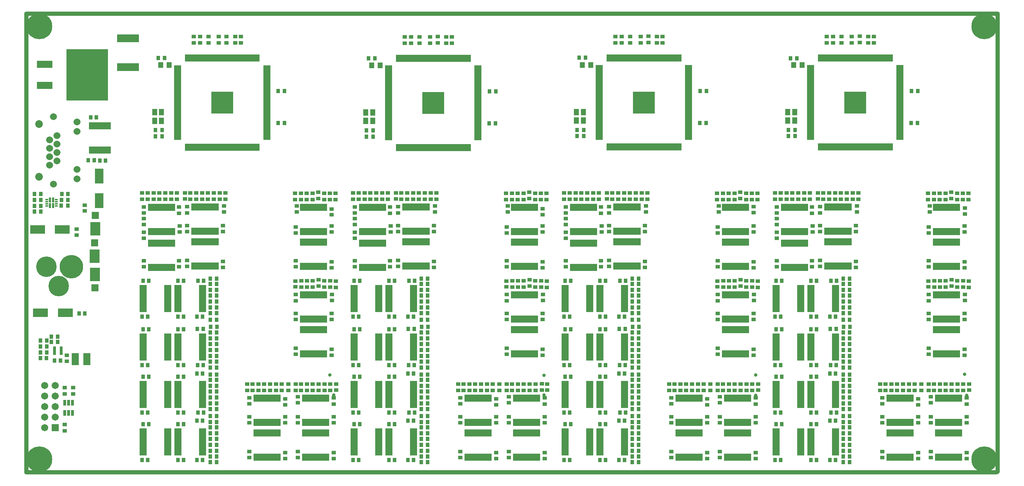
<source format=gts>
G04*
G04 #@! TF.GenerationSoftware,Altium Limited,Altium Designer,18.1.7 (191)*
G04*
G04 Layer_Color=8388736*
%FSLAX25Y25*%
%MOIN*%
G70*
G01*
G75*
%ADD18C,0.04000*%
%ADD43R,0.02572X0.06607*%
%ADD44R,0.06607X0.02572*%
%ADD45R,0.04300X0.03800*%
%ADD46R,0.03162X0.05721*%
%ADD47R,0.14186X0.07887*%
%ADD48R,0.07887X0.14186*%
%ADD49R,0.39186X0.48831*%
%ADD50R,0.14580X0.07099*%
%ADD51R,0.04343X0.03800*%
%ADD52R,0.09461X0.13005*%
%ADD53R,0.06784X0.06706*%
%ADD54R,0.07099X0.11800*%
%ADD55R,0.03800X0.04300*%
%ADD56R,0.03800X0.04343*%
%ADD57R,0.02572X0.07395*%
%ADD58R,0.03556X0.03950*%
%ADD59R,0.02375X0.04934*%
%ADD60R,0.03162X0.01587*%
%ADD61R,0.02670X0.01981*%
%ADD62R,0.04737X0.05721*%
%ADD63R,0.06607X0.01981*%
%ADD64R,0.01981X0.06607*%
%ADD65R,0.05131X0.05918*%
%ADD66R,0.21076X0.21076*%
%ADD67C,0.06706*%
%ADD68R,0.06706X0.06706*%
%ADD69C,0.24422*%
%ADD70C,0.06556*%
%ADD71C,0.07296*%
%ADD72C,0.19461*%
%ADD73C,0.22296*%
%ADD74C,0.03200*%
D18*
X0Y-100D02*
X919600D01*
X920300Y600D01*
Y435000D01*
X-100D02*
X920300D01*
X-100Y0D02*
Y435000D01*
D43*
X885579Y37283D02*
D03*
X883020D02*
D03*
X880461D02*
D03*
X877902D02*
D03*
X875343D02*
D03*
X872784D02*
D03*
X870225D02*
D03*
X867665D02*
D03*
X865106D02*
D03*
X862547D02*
D03*
Y14150D02*
D03*
X865106D02*
D03*
X867665D02*
D03*
X870225D02*
D03*
X872784D02*
D03*
X875343D02*
D03*
X877902D02*
D03*
X880461D02*
D03*
X883020D02*
D03*
X885579D02*
D03*
X685579Y37283D02*
D03*
X683020D02*
D03*
X680461D02*
D03*
X677902D02*
D03*
X675343D02*
D03*
X672784D02*
D03*
X670225D02*
D03*
X667665D02*
D03*
X665106D02*
D03*
X662547D02*
D03*
Y14150D02*
D03*
X665106D02*
D03*
X667665D02*
D03*
X670225D02*
D03*
X672784D02*
D03*
X675343D02*
D03*
X677902D02*
D03*
X680461D02*
D03*
X683020D02*
D03*
X685579D02*
D03*
X485579Y37283D02*
D03*
X483020D02*
D03*
X480461D02*
D03*
X477902D02*
D03*
X475343D02*
D03*
X472784D02*
D03*
X470225D02*
D03*
X467665D02*
D03*
X465106D02*
D03*
X462547D02*
D03*
Y14150D02*
D03*
X465106D02*
D03*
X467665D02*
D03*
X470225D02*
D03*
X472784D02*
D03*
X475343D02*
D03*
X477902D02*
D03*
X480461D02*
D03*
X483020D02*
D03*
X485579D02*
D03*
X285579Y37283D02*
D03*
X283020D02*
D03*
X280461D02*
D03*
X277902D02*
D03*
X275343D02*
D03*
X272784D02*
D03*
X270225D02*
D03*
X267666D02*
D03*
X265107D02*
D03*
X262547D02*
D03*
Y14150D02*
D03*
X265107D02*
D03*
X267666D02*
D03*
X270225D02*
D03*
X272784D02*
D03*
X275343D02*
D03*
X277902D02*
D03*
X280461D02*
D03*
X283020D02*
D03*
X285579D02*
D03*
X839579Y37283D02*
D03*
X837020D02*
D03*
X834461D02*
D03*
X831902D02*
D03*
X829343D02*
D03*
X826784D02*
D03*
X824225D02*
D03*
X821665D02*
D03*
X819106D02*
D03*
X816547D02*
D03*
Y14150D02*
D03*
X819106D02*
D03*
X821665D02*
D03*
X824225D02*
D03*
X826784D02*
D03*
X829343D02*
D03*
X831902D02*
D03*
X834461D02*
D03*
X837020D02*
D03*
X839579D02*
D03*
X639579Y37283D02*
D03*
X637020D02*
D03*
X634461D02*
D03*
X631902D02*
D03*
X629343D02*
D03*
X626784D02*
D03*
X624225D02*
D03*
X621665D02*
D03*
X619106D02*
D03*
X616547D02*
D03*
Y14150D02*
D03*
X619106D02*
D03*
X621665D02*
D03*
X624225D02*
D03*
X626784D02*
D03*
X629343D02*
D03*
X631902D02*
D03*
X634461D02*
D03*
X637020D02*
D03*
X639579D02*
D03*
X439579Y37283D02*
D03*
X437020D02*
D03*
X434461D02*
D03*
X431902D02*
D03*
X429343D02*
D03*
X426784D02*
D03*
X424225D02*
D03*
X421665D02*
D03*
X419106D02*
D03*
X416547D02*
D03*
Y14150D02*
D03*
X419106D02*
D03*
X421665D02*
D03*
X424225D02*
D03*
X426784D02*
D03*
X429343D02*
D03*
X431902D02*
D03*
X434461D02*
D03*
X437020D02*
D03*
X439579D02*
D03*
X239579Y37283D02*
D03*
X237020D02*
D03*
X234461D02*
D03*
X231902D02*
D03*
X229343D02*
D03*
X226784D02*
D03*
X224225D02*
D03*
X221666D02*
D03*
X219107D02*
D03*
X216547D02*
D03*
Y14150D02*
D03*
X219107D02*
D03*
X221666D02*
D03*
X224225D02*
D03*
X226784D02*
D03*
X229343D02*
D03*
X231902D02*
D03*
X234461D02*
D03*
X237020D02*
D03*
X239579D02*
D03*
X883579Y135283D02*
D03*
X881020D02*
D03*
X878461D02*
D03*
X875902D02*
D03*
X873343D02*
D03*
X870784D02*
D03*
X868225D02*
D03*
X865666D02*
D03*
X863107D02*
D03*
X860547D02*
D03*
Y112150D02*
D03*
X863107D02*
D03*
X865666D02*
D03*
X868225D02*
D03*
X870784D02*
D03*
X873343D02*
D03*
X875902D02*
D03*
X878461D02*
D03*
X881020D02*
D03*
X883579D02*
D03*
X683579Y135283D02*
D03*
X681020D02*
D03*
X678461D02*
D03*
X675902D02*
D03*
X673343D02*
D03*
X670784D02*
D03*
X668225D02*
D03*
X665665D02*
D03*
X663106D02*
D03*
X660547D02*
D03*
Y112150D02*
D03*
X663106D02*
D03*
X665665D02*
D03*
X668225D02*
D03*
X670784D02*
D03*
X673343D02*
D03*
X675902D02*
D03*
X678461D02*
D03*
X681020D02*
D03*
X683579D02*
D03*
X483579Y135283D02*
D03*
X481020D02*
D03*
X478461D02*
D03*
X475902D02*
D03*
X473343D02*
D03*
X470784D02*
D03*
X468225D02*
D03*
X465665D02*
D03*
X463106D02*
D03*
X460547D02*
D03*
Y112150D02*
D03*
X463106D02*
D03*
X465665D02*
D03*
X468225D02*
D03*
X470784D02*
D03*
X473343D02*
D03*
X475902D02*
D03*
X478461D02*
D03*
X481020D02*
D03*
X483579D02*
D03*
X283579Y135283D02*
D03*
X281020D02*
D03*
X278461D02*
D03*
X275902D02*
D03*
X273343D02*
D03*
X270784D02*
D03*
X268225D02*
D03*
X265666D02*
D03*
X263106D02*
D03*
X260547D02*
D03*
Y112150D02*
D03*
X263106D02*
D03*
X265666D02*
D03*
X268225D02*
D03*
X270784D02*
D03*
X273343D02*
D03*
X275902D02*
D03*
X278461D02*
D03*
X281020D02*
D03*
X283579D02*
D03*
X883579Y218283D02*
D03*
X881020D02*
D03*
X878461D02*
D03*
X875902D02*
D03*
X873343D02*
D03*
X870784D02*
D03*
X868225D02*
D03*
X865666D02*
D03*
X863107D02*
D03*
X860547D02*
D03*
Y195150D02*
D03*
X863107D02*
D03*
X865666D02*
D03*
X868225D02*
D03*
X870784D02*
D03*
X873343D02*
D03*
X875902D02*
D03*
X878461D02*
D03*
X881020D02*
D03*
X883579D02*
D03*
X683579Y218283D02*
D03*
X681020D02*
D03*
X678461D02*
D03*
X675902D02*
D03*
X673343D02*
D03*
X670784D02*
D03*
X668225D02*
D03*
X665665D02*
D03*
X663106D02*
D03*
X660547D02*
D03*
Y195150D02*
D03*
X663106D02*
D03*
X665665D02*
D03*
X668225D02*
D03*
X670784D02*
D03*
X673343D02*
D03*
X675902D02*
D03*
X678461D02*
D03*
X681020D02*
D03*
X683579D02*
D03*
X483579Y218283D02*
D03*
X481020D02*
D03*
X478461D02*
D03*
X475902D02*
D03*
X473343D02*
D03*
X470784D02*
D03*
X468225D02*
D03*
X465665D02*
D03*
X463106D02*
D03*
X460547D02*
D03*
Y195150D02*
D03*
X463106D02*
D03*
X465665D02*
D03*
X468225D02*
D03*
X470784D02*
D03*
X473343D02*
D03*
X475902D02*
D03*
X478461D02*
D03*
X481020D02*
D03*
X483579D02*
D03*
X283579Y218283D02*
D03*
X281020D02*
D03*
X278461D02*
D03*
X275902D02*
D03*
X273343D02*
D03*
X270784D02*
D03*
X268225D02*
D03*
X265666D02*
D03*
X263106D02*
D03*
X260547D02*
D03*
Y195150D02*
D03*
X263106D02*
D03*
X265666D02*
D03*
X268225D02*
D03*
X270784D02*
D03*
X273343D02*
D03*
X275902D02*
D03*
X278461D02*
D03*
X281020D02*
D03*
X283579D02*
D03*
X780639Y218617D02*
D03*
X778079D02*
D03*
X775520D02*
D03*
X772961D02*
D03*
X770402D02*
D03*
X767843D02*
D03*
X765284D02*
D03*
X762725D02*
D03*
X760166D02*
D03*
X757607D02*
D03*
Y195483D02*
D03*
X760166D02*
D03*
X762725D02*
D03*
X765284D02*
D03*
X767843D02*
D03*
X770402D02*
D03*
X772961D02*
D03*
X775520D02*
D03*
X778079D02*
D03*
X780639D02*
D03*
X580639Y218617D02*
D03*
X578079D02*
D03*
X575520D02*
D03*
X572961D02*
D03*
X570402D02*
D03*
X567843D02*
D03*
X565284D02*
D03*
X562725D02*
D03*
X560166D02*
D03*
X557607D02*
D03*
Y195483D02*
D03*
X560166D02*
D03*
X562725D02*
D03*
X565284D02*
D03*
X567843D02*
D03*
X570402D02*
D03*
X572961D02*
D03*
X575520D02*
D03*
X578079D02*
D03*
X580639D02*
D03*
X380639Y218617D02*
D03*
X378079D02*
D03*
X375520D02*
D03*
X372961D02*
D03*
X370402D02*
D03*
X367843D02*
D03*
X365284D02*
D03*
X362725D02*
D03*
X360166D02*
D03*
X357607D02*
D03*
Y195483D02*
D03*
X360166D02*
D03*
X362725D02*
D03*
X365284D02*
D03*
X367843D02*
D03*
X370402D02*
D03*
X372961D02*
D03*
X375520D02*
D03*
X378079D02*
D03*
X380639D02*
D03*
X180639Y218617D02*
D03*
X178079D02*
D03*
X175520D02*
D03*
X172961D02*
D03*
X170402D02*
D03*
X167843D02*
D03*
X165284D02*
D03*
X162725D02*
D03*
X160166D02*
D03*
X157607D02*
D03*
Y195483D02*
D03*
X160166D02*
D03*
X162725D02*
D03*
X165284D02*
D03*
X167843D02*
D03*
X170402D02*
D03*
X172961D02*
D03*
X175520D02*
D03*
X178079D02*
D03*
X180639D02*
D03*
X739584Y217315D02*
D03*
X737025D02*
D03*
X734466D02*
D03*
X731907D02*
D03*
X729348D02*
D03*
X726789D02*
D03*
X724230D02*
D03*
X721671D02*
D03*
X719112D02*
D03*
X716553D02*
D03*
Y194181D02*
D03*
X719112D02*
D03*
X721671D02*
D03*
X724230D02*
D03*
X726789D02*
D03*
X729348D02*
D03*
X731907D02*
D03*
X734466D02*
D03*
X737025D02*
D03*
X739584D02*
D03*
X539584Y217315D02*
D03*
X537025D02*
D03*
X534466D02*
D03*
X531907D02*
D03*
X529348D02*
D03*
X526789D02*
D03*
X524230D02*
D03*
X521671D02*
D03*
X519112D02*
D03*
X516553D02*
D03*
Y194181D02*
D03*
X519112D02*
D03*
X521671D02*
D03*
X524230D02*
D03*
X526789D02*
D03*
X529348D02*
D03*
X531907D02*
D03*
X534466D02*
D03*
X537025D02*
D03*
X539584D02*
D03*
X339584Y217315D02*
D03*
X337025D02*
D03*
X334466D02*
D03*
X331907D02*
D03*
X329348D02*
D03*
X326789D02*
D03*
X324230D02*
D03*
X321671D02*
D03*
X319112D02*
D03*
X316553D02*
D03*
Y194181D02*
D03*
X319112D02*
D03*
X321671D02*
D03*
X324230D02*
D03*
X326789D02*
D03*
X329348D02*
D03*
X331907D02*
D03*
X334466D02*
D03*
X337025D02*
D03*
X339584D02*
D03*
X139584Y217315D02*
D03*
X137025D02*
D03*
X134466D02*
D03*
X131907D02*
D03*
X129348D02*
D03*
X126789D02*
D03*
X124230D02*
D03*
X121671D02*
D03*
X119112D02*
D03*
X116553D02*
D03*
Y194181D02*
D03*
X119112D02*
D03*
X121671D02*
D03*
X124230D02*
D03*
X126789D02*
D03*
X129348D02*
D03*
X131907D02*
D03*
X134466D02*
D03*
X137025D02*
D03*
X139584D02*
D03*
X60577Y328563D02*
D03*
X63137D02*
D03*
X60577Y305430D02*
D03*
X63137D02*
D03*
X65696D02*
D03*
X68255D02*
D03*
X70814D02*
D03*
X73373D02*
D03*
X75932D02*
D03*
X78491D02*
D03*
Y328563D02*
D03*
X75932D02*
D03*
X73373D02*
D03*
X70814D02*
D03*
X68255D02*
D03*
X65696D02*
D03*
X485579Y70283D02*
D03*
X483020D02*
D03*
X480461D02*
D03*
X477902D02*
D03*
X475343D02*
D03*
X472784D02*
D03*
X470225D02*
D03*
X467665D02*
D03*
X465106D02*
D03*
X462547D02*
D03*
Y47150D02*
D03*
X465106D02*
D03*
X467665D02*
D03*
X470225D02*
D03*
X472784D02*
D03*
X475343D02*
D03*
X477902D02*
D03*
X480461D02*
D03*
X483020D02*
D03*
X485579D02*
D03*
X780639Y251617D02*
D03*
X778079D02*
D03*
X775520D02*
D03*
X772961D02*
D03*
X770402D02*
D03*
X767843D02*
D03*
X765284D02*
D03*
X762725D02*
D03*
X760166D02*
D03*
X757607D02*
D03*
Y228483D02*
D03*
X760166D02*
D03*
X762725D02*
D03*
X765284D02*
D03*
X767843D02*
D03*
X770402D02*
D03*
X772961D02*
D03*
X775520D02*
D03*
X778079D02*
D03*
X780639D02*
D03*
X580639Y251617D02*
D03*
X578079D02*
D03*
X575520D02*
D03*
X572961D02*
D03*
X570402D02*
D03*
X567843D02*
D03*
X565284D02*
D03*
X562725D02*
D03*
X560166D02*
D03*
X557607D02*
D03*
Y228483D02*
D03*
X560166D02*
D03*
X562725D02*
D03*
X565284D02*
D03*
X567843D02*
D03*
X570402D02*
D03*
X572961D02*
D03*
X575520D02*
D03*
X578079D02*
D03*
X580639D02*
D03*
X539579Y251283D02*
D03*
X537020D02*
D03*
X534461D02*
D03*
X531902D02*
D03*
X529343D02*
D03*
X526784D02*
D03*
X524225D02*
D03*
X521665D02*
D03*
X519106D02*
D03*
X516547D02*
D03*
Y228150D02*
D03*
X519106D02*
D03*
X521665D02*
D03*
X524225D02*
D03*
X526784D02*
D03*
X529343D02*
D03*
X531902D02*
D03*
X534461D02*
D03*
X537020D02*
D03*
X539579D02*
D03*
X339579Y251283D02*
D03*
X337020D02*
D03*
X334461D02*
D03*
X331902D02*
D03*
X329343D02*
D03*
X326784D02*
D03*
X324225D02*
D03*
X321666D02*
D03*
X319107D02*
D03*
X316547D02*
D03*
Y228150D02*
D03*
X319107D02*
D03*
X321666D02*
D03*
X324225D02*
D03*
X326784D02*
D03*
X329343D02*
D03*
X331902D02*
D03*
X334461D02*
D03*
X337020D02*
D03*
X339579D02*
D03*
X739579Y251283D02*
D03*
X737020D02*
D03*
X734461D02*
D03*
X731902D02*
D03*
X729343D02*
D03*
X726784D02*
D03*
X724225D02*
D03*
X721665D02*
D03*
X719106D02*
D03*
X716547D02*
D03*
Y228150D02*
D03*
X719106D02*
D03*
X721665D02*
D03*
X724225D02*
D03*
X726784D02*
D03*
X729343D02*
D03*
X731902D02*
D03*
X734461D02*
D03*
X737020D02*
D03*
X739579D02*
D03*
X885579Y70283D02*
D03*
X883020D02*
D03*
X880461D02*
D03*
X877902D02*
D03*
X875343D02*
D03*
X872784D02*
D03*
X870225D02*
D03*
X867665D02*
D03*
X865106D02*
D03*
X862547D02*
D03*
Y47150D02*
D03*
X865106D02*
D03*
X867665D02*
D03*
X870225D02*
D03*
X872784D02*
D03*
X875343D02*
D03*
X877902D02*
D03*
X880461D02*
D03*
X883020D02*
D03*
X885579D02*
D03*
X839579Y70283D02*
D03*
X837020D02*
D03*
X834461D02*
D03*
X831902D02*
D03*
X829343D02*
D03*
X826784D02*
D03*
X824225D02*
D03*
X821665D02*
D03*
X819106D02*
D03*
X816547D02*
D03*
Y47150D02*
D03*
X819106D02*
D03*
X821665D02*
D03*
X824225D02*
D03*
X826784D02*
D03*
X829343D02*
D03*
X831902D02*
D03*
X834461D02*
D03*
X837020D02*
D03*
X839579D02*
D03*
X883579Y168283D02*
D03*
X881020D02*
D03*
X878461D02*
D03*
X875902D02*
D03*
X873343D02*
D03*
X870784D02*
D03*
X868225D02*
D03*
X865666D02*
D03*
X863107D02*
D03*
X860547D02*
D03*
Y145150D02*
D03*
X863107D02*
D03*
X865666D02*
D03*
X868225D02*
D03*
X870784D02*
D03*
X873343D02*
D03*
X875902D02*
D03*
X878461D02*
D03*
X881020D02*
D03*
X883579D02*
D03*
Y251283D02*
D03*
X881020D02*
D03*
X878461D02*
D03*
X875902D02*
D03*
X873343D02*
D03*
X870784D02*
D03*
X868225D02*
D03*
X865666D02*
D03*
X863107D02*
D03*
X860547D02*
D03*
Y228150D02*
D03*
X863107D02*
D03*
X865666D02*
D03*
X868225D02*
D03*
X870784D02*
D03*
X873343D02*
D03*
X875902D02*
D03*
X878461D02*
D03*
X881020D02*
D03*
X883579D02*
D03*
X685579Y70283D02*
D03*
X683020D02*
D03*
X680461D02*
D03*
X677902D02*
D03*
X675343D02*
D03*
X672784D02*
D03*
X670225D02*
D03*
X667665D02*
D03*
X665106D02*
D03*
X662547D02*
D03*
Y47150D02*
D03*
X665106D02*
D03*
X667665D02*
D03*
X670225D02*
D03*
X672784D02*
D03*
X675343D02*
D03*
X677902D02*
D03*
X680461D02*
D03*
X683020D02*
D03*
X685579D02*
D03*
X639579Y70283D02*
D03*
X637020D02*
D03*
X634461D02*
D03*
X631902D02*
D03*
X629343D02*
D03*
X626784D02*
D03*
X624225D02*
D03*
X621665D02*
D03*
X619106D02*
D03*
X616547D02*
D03*
Y47150D02*
D03*
X619106D02*
D03*
X621665D02*
D03*
X624225D02*
D03*
X626784D02*
D03*
X629343D02*
D03*
X631902D02*
D03*
X634461D02*
D03*
X637020D02*
D03*
X639579D02*
D03*
X683579Y168283D02*
D03*
X681020D02*
D03*
X678461D02*
D03*
X675902D02*
D03*
X673343D02*
D03*
X670784D02*
D03*
X668225D02*
D03*
X665665D02*
D03*
X663106D02*
D03*
X660547D02*
D03*
Y145150D02*
D03*
X663106D02*
D03*
X665665D02*
D03*
X668225D02*
D03*
X670784D02*
D03*
X673343D02*
D03*
X675902D02*
D03*
X678461D02*
D03*
X681020D02*
D03*
X683579D02*
D03*
Y251283D02*
D03*
X681020D02*
D03*
X678461D02*
D03*
X675902D02*
D03*
X673343D02*
D03*
X670784D02*
D03*
X668225D02*
D03*
X665665D02*
D03*
X663106D02*
D03*
X660547D02*
D03*
Y228150D02*
D03*
X663106D02*
D03*
X665665D02*
D03*
X668225D02*
D03*
X670784D02*
D03*
X673343D02*
D03*
X675902D02*
D03*
X678461D02*
D03*
X681020D02*
D03*
X683579D02*
D03*
X439579Y70283D02*
D03*
X437020D02*
D03*
X434461D02*
D03*
X431902D02*
D03*
X429343D02*
D03*
X426784D02*
D03*
X424225D02*
D03*
X421665D02*
D03*
X419106D02*
D03*
X416547D02*
D03*
Y47150D02*
D03*
X419106D02*
D03*
X421665D02*
D03*
X424225D02*
D03*
X426784D02*
D03*
X429343D02*
D03*
X431902D02*
D03*
X434461D02*
D03*
X437020D02*
D03*
X439579D02*
D03*
X483579Y168283D02*
D03*
X481020D02*
D03*
X478461D02*
D03*
X475902D02*
D03*
X473343D02*
D03*
X470784D02*
D03*
X468225D02*
D03*
X465665D02*
D03*
X463106D02*
D03*
X460547D02*
D03*
Y145150D02*
D03*
X463106D02*
D03*
X465665D02*
D03*
X468225D02*
D03*
X470784D02*
D03*
X473343D02*
D03*
X475902D02*
D03*
X478461D02*
D03*
X481020D02*
D03*
X483579D02*
D03*
Y251283D02*
D03*
X481020D02*
D03*
X478461D02*
D03*
X475902D02*
D03*
X473343D02*
D03*
X470784D02*
D03*
X468225D02*
D03*
X465665D02*
D03*
X463106D02*
D03*
X460547D02*
D03*
Y228150D02*
D03*
X463106D02*
D03*
X465665D02*
D03*
X468225D02*
D03*
X470784D02*
D03*
X473343D02*
D03*
X475902D02*
D03*
X478461D02*
D03*
X481020D02*
D03*
X483579D02*
D03*
X380639Y251617D02*
D03*
X378079D02*
D03*
X375520D02*
D03*
X372961D02*
D03*
X370402D02*
D03*
X367843D02*
D03*
X365284D02*
D03*
X362725D02*
D03*
X360166D02*
D03*
X357607D02*
D03*
Y228483D02*
D03*
X360166D02*
D03*
X362725D02*
D03*
X365284D02*
D03*
X367843D02*
D03*
X370402D02*
D03*
X372961D02*
D03*
X375520D02*
D03*
X378079D02*
D03*
X380639D02*
D03*
X283579Y168283D02*
D03*
X281020D02*
D03*
X278461D02*
D03*
X275902D02*
D03*
X273343D02*
D03*
X270784D02*
D03*
X268225D02*
D03*
X265666D02*
D03*
X263106D02*
D03*
X260547D02*
D03*
Y145150D02*
D03*
X263106D02*
D03*
X265666D02*
D03*
X268225D02*
D03*
X270784D02*
D03*
X273343D02*
D03*
X275902D02*
D03*
X278461D02*
D03*
X281020D02*
D03*
X283579D02*
D03*
X180639Y228483D02*
D03*
X178079D02*
D03*
X175520D02*
D03*
X172961D02*
D03*
X170402D02*
D03*
X167843D02*
D03*
X165284D02*
D03*
X162725D02*
D03*
X160166D02*
D03*
X157607D02*
D03*
Y251617D02*
D03*
X160166D02*
D03*
X162725D02*
D03*
X165284D02*
D03*
X167843D02*
D03*
X170402D02*
D03*
X172961D02*
D03*
X175520D02*
D03*
X178079D02*
D03*
X180639D02*
D03*
X283579Y228150D02*
D03*
X281020D02*
D03*
X278461D02*
D03*
X275902D02*
D03*
X273343D02*
D03*
X270784D02*
D03*
X268225D02*
D03*
X265666D02*
D03*
X263106D02*
D03*
X260547D02*
D03*
Y251283D02*
D03*
X263106D02*
D03*
X265666D02*
D03*
X268225D02*
D03*
X270784D02*
D03*
X273343D02*
D03*
X275902D02*
D03*
X278461D02*
D03*
X281020D02*
D03*
X283579D02*
D03*
X239579Y70283D02*
D03*
X237020D02*
D03*
X234461D02*
D03*
X231902D02*
D03*
X229343D02*
D03*
X226784D02*
D03*
X224225D02*
D03*
X221666D02*
D03*
X219107D02*
D03*
X216547D02*
D03*
Y47150D02*
D03*
X219107D02*
D03*
X221666D02*
D03*
X224225D02*
D03*
X226784D02*
D03*
X229343D02*
D03*
X231902D02*
D03*
X234461D02*
D03*
X237020D02*
D03*
X239579D02*
D03*
X285579Y70283D02*
D03*
X283020D02*
D03*
X280461D02*
D03*
X277902D02*
D03*
X275343D02*
D03*
X272784D02*
D03*
X270225D02*
D03*
X267666D02*
D03*
X265107D02*
D03*
X262547D02*
D03*
Y47150D02*
D03*
X265107D02*
D03*
X267666D02*
D03*
X270225D02*
D03*
X272784D02*
D03*
X275343D02*
D03*
X277902D02*
D03*
X280461D02*
D03*
X283020D02*
D03*
X285579D02*
D03*
X139579Y228150D02*
D03*
X137020D02*
D03*
X134461D02*
D03*
X131902D02*
D03*
X129343D02*
D03*
X126784D02*
D03*
X124225D02*
D03*
X121666D02*
D03*
X119106D02*
D03*
X116547D02*
D03*
Y251283D02*
D03*
X119106D02*
D03*
X121666D02*
D03*
X124225D02*
D03*
X126784D02*
D03*
X129343D02*
D03*
X131902D02*
D03*
X134461D02*
D03*
X137020D02*
D03*
X139579D02*
D03*
D44*
X733630Y17201D02*
D03*
Y19760D02*
D03*
Y22319D02*
D03*
Y24878D02*
D03*
Y27437D02*
D03*
Y29996D02*
D03*
Y32555D02*
D03*
Y35114D02*
D03*
Y37673D02*
D03*
Y40232D02*
D03*
X710496D02*
D03*
Y37673D02*
D03*
Y35114D02*
D03*
Y32555D02*
D03*
Y29996D02*
D03*
Y27437D02*
D03*
Y24878D02*
D03*
Y22319D02*
D03*
Y19760D02*
D03*
Y17201D02*
D03*
X533630D02*
D03*
Y19760D02*
D03*
Y22319D02*
D03*
Y24878D02*
D03*
Y27437D02*
D03*
Y29996D02*
D03*
Y32555D02*
D03*
Y35114D02*
D03*
Y37673D02*
D03*
Y40232D02*
D03*
X510496D02*
D03*
Y37673D02*
D03*
Y35114D02*
D03*
Y32555D02*
D03*
Y29996D02*
D03*
Y27437D02*
D03*
Y24878D02*
D03*
Y22319D02*
D03*
Y19760D02*
D03*
Y17201D02*
D03*
X333630D02*
D03*
Y19760D02*
D03*
Y22319D02*
D03*
Y24878D02*
D03*
Y27437D02*
D03*
Y29996D02*
D03*
Y32555D02*
D03*
Y35114D02*
D03*
Y37673D02*
D03*
Y40232D02*
D03*
X310496D02*
D03*
Y37673D02*
D03*
Y35114D02*
D03*
Y32555D02*
D03*
Y29996D02*
D03*
Y27437D02*
D03*
Y24878D02*
D03*
Y22319D02*
D03*
Y19760D02*
D03*
Y17201D02*
D03*
X133630D02*
D03*
Y19760D02*
D03*
Y22319D02*
D03*
Y24878D02*
D03*
Y27437D02*
D03*
Y29996D02*
D03*
Y32555D02*
D03*
Y35114D02*
D03*
Y37673D02*
D03*
Y40232D02*
D03*
X110496D02*
D03*
Y37673D02*
D03*
Y35114D02*
D03*
Y32555D02*
D03*
Y29996D02*
D03*
Y27437D02*
D03*
Y24878D02*
D03*
Y22319D02*
D03*
Y19760D02*
D03*
Y17201D02*
D03*
X733630Y62201D02*
D03*
Y64760D02*
D03*
Y67319D02*
D03*
Y69878D02*
D03*
Y72437D02*
D03*
Y74996D02*
D03*
Y77555D02*
D03*
Y80114D02*
D03*
Y82673D02*
D03*
Y85232D02*
D03*
X710496D02*
D03*
Y82673D02*
D03*
Y80114D02*
D03*
Y77555D02*
D03*
Y74996D02*
D03*
Y72437D02*
D03*
Y69878D02*
D03*
Y67319D02*
D03*
Y64760D02*
D03*
Y62201D02*
D03*
X533630D02*
D03*
Y64760D02*
D03*
Y67319D02*
D03*
Y69878D02*
D03*
Y72437D02*
D03*
Y74996D02*
D03*
Y77555D02*
D03*
Y80114D02*
D03*
Y82673D02*
D03*
Y85232D02*
D03*
X510496D02*
D03*
Y82673D02*
D03*
Y80114D02*
D03*
Y77555D02*
D03*
Y74996D02*
D03*
Y72437D02*
D03*
Y69878D02*
D03*
Y67319D02*
D03*
Y64760D02*
D03*
Y62201D02*
D03*
X333630D02*
D03*
Y64760D02*
D03*
Y67319D02*
D03*
Y69878D02*
D03*
Y72437D02*
D03*
Y74996D02*
D03*
Y77555D02*
D03*
Y80114D02*
D03*
Y82673D02*
D03*
Y85232D02*
D03*
X310496D02*
D03*
Y82673D02*
D03*
Y80114D02*
D03*
Y77555D02*
D03*
Y74996D02*
D03*
Y72437D02*
D03*
Y69878D02*
D03*
Y67319D02*
D03*
Y64760D02*
D03*
Y62201D02*
D03*
X133630D02*
D03*
Y64760D02*
D03*
Y67319D02*
D03*
Y69878D02*
D03*
Y72437D02*
D03*
Y74996D02*
D03*
Y77555D02*
D03*
Y80114D02*
D03*
Y82673D02*
D03*
Y85232D02*
D03*
X110496D02*
D03*
Y82673D02*
D03*
Y80114D02*
D03*
Y77555D02*
D03*
Y74996D02*
D03*
Y72437D02*
D03*
Y69878D02*
D03*
Y67319D02*
D03*
Y64760D02*
D03*
Y62201D02*
D03*
X733630Y107201D02*
D03*
Y109760D02*
D03*
Y112319D02*
D03*
Y114878D02*
D03*
Y117437D02*
D03*
Y119996D02*
D03*
Y122555D02*
D03*
Y125114D02*
D03*
Y127673D02*
D03*
Y130232D02*
D03*
X710496D02*
D03*
Y127673D02*
D03*
Y125114D02*
D03*
Y122555D02*
D03*
Y119996D02*
D03*
Y117437D02*
D03*
Y114878D02*
D03*
Y112319D02*
D03*
Y109760D02*
D03*
Y107201D02*
D03*
X533630D02*
D03*
Y109760D02*
D03*
Y112319D02*
D03*
Y114878D02*
D03*
Y117437D02*
D03*
Y119996D02*
D03*
Y122555D02*
D03*
Y125114D02*
D03*
Y127673D02*
D03*
Y130232D02*
D03*
X510496D02*
D03*
Y127673D02*
D03*
Y125114D02*
D03*
Y122555D02*
D03*
Y119996D02*
D03*
Y117437D02*
D03*
Y114878D02*
D03*
Y112319D02*
D03*
Y109760D02*
D03*
Y107201D02*
D03*
X333630D02*
D03*
Y109760D02*
D03*
Y112319D02*
D03*
Y114878D02*
D03*
Y117437D02*
D03*
Y119996D02*
D03*
Y122555D02*
D03*
Y125114D02*
D03*
Y127673D02*
D03*
Y130232D02*
D03*
X310496D02*
D03*
Y127673D02*
D03*
Y125114D02*
D03*
Y122555D02*
D03*
Y119996D02*
D03*
Y117437D02*
D03*
Y114878D02*
D03*
Y112319D02*
D03*
Y109760D02*
D03*
Y107201D02*
D03*
X133630D02*
D03*
Y109760D02*
D03*
Y112319D02*
D03*
Y114878D02*
D03*
Y117437D02*
D03*
Y119996D02*
D03*
Y122555D02*
D03*
Y125114D02*
D03*
Y127673D02*
D03*
Y130232D02*
D03*
X110496D02*
D03*
Y127673D02*
D03*
Y125114D02*
D03*
Y122555D02*
D03*
Y119996D02*
D03*
Y117437D02*
D03*
Y114878D02*
D03*
Y112319D02*
D03*
Y109760D02*
D03*
Y107201D02*
D03*
X733630Y153201D02*
D03*
Y155760D02*
D03*
Y158319D02*
D03*
Y160878D02*
D03*
Y163437D02*
D03*
Y165996D02*
D03*
Y168555D02*
D03*
Y171114D02*
D03*
Y173673D02*
D03*
Y176232D02*
D03*
X710496D02*
D03*
Y173673D02*
D03*
Y171114D02*
D03*
Y168555D02*
D03*
Y165996D02*
D03*
Y163437D02*
D03*
Y160878D02*
D03*
Y158319D02*
D03*
Y155760D02*
D03*
Y153201D02*
D03*
X533630D02*
D03*
Y155760D02*
D03*
Y158319D02*
D03*
Y160878D02*
D03*
Y163437D02*
D03*
Y165996D02*
D03*
Y168555D02*
D03*
Y171114D02*
D03*
Y173673D02*
D03*
Y176232D02*
D03*
X510496D02*
D03*
Y173673D02*
D03*
Y171114D02*
D03*
Y168555D02*
D03*
Y165996D02*
D03*
Y163437D02*
D03*
Y160878D02*
D03*
Y158319D02*
D03*
Y155760D02*
D03*
Y153201D02*
D03*
X333630D02*
D03*
Y155760D02*
D03*
Y158319D02*
D03*
Y160878D02*
D03*
Y163437D02*
D03*
Y165996D02*
D03*
Y168555D02*
D03*
Y171114D02*
D03*
Y173673D02*
D03*
Y176232D02*
D03*
X310496D02*
D03*
Y173673D02*
D03*
Y171114D02*
D03*
Y168555D02*
D03*
Y165996D02*
D03*
Y163437D02*
D03*
Y160878D02*
D03*
Y158319D02*
D03*
Y155760D02*
D03*
Y153201D02*
D03*
X133630D02*
D03*
Y155760D02*
D03*
Y158319D02*
D03*
Y160878D02*
D03*
Y163437D02*
D03*
Y165996D02*
D03*
Y168555D02*
D03*
Y171114D02*
D03*
Y173673D02*
D03*
Y176232D02*
D03*
X110496D02*
D03*
Y173673D02*
D03*
Y171114D02*
D03*
Y168555D02*
D03*
Y165996D02*
D03*
Y163437D02*
D03*
Y160878D02*
D03*
Y158319D02*
D03*
Y155760D02*
D03*
Y153201D02*
D03*
X766630Y17201D02*
D03*
Y19760D02*
D03*
Y22319D02*
D03*
Y24878D02*
D03*
Y27437D02*
D03*
Y29996D02*
D03*
Y32555D02*
D03*
Y35114D02*
D03*
Y37673D02*
D03*
Y40232D02*
D03*
X743496D02*
D03*
Y37673D02*
D03*
Y35114D02*
D03*
Y32555D02*
D03*
Y29996D02*
D03*
Y27437D02*
D03*
Y24878D02*
D03*
Y22319D02*
D03*
Y19760D02*
D03*
Y17201D02*
D03*
X766630Y62201D02*
D03*
Y64760D02*
D03*
Y67319D02*
D03*
Y69878D02*
D03*
Y72437D02*
D03*
Y74996D02*
D03*
Y77555D02*
D03*
Y80114D02*
D03*
Y82673D02*
D03*
Y85232D02*
D03*
X743496D02*
D03*
Y82673D02*
D03*
Y80114D02*
D03*
Y77555D02*
D03*
Y74996D02*
D03*
Y72437D02*
D03*
Y69878D02*
D03*
Y67319D02*
D03*
Y64760D02*
D03*
Y62201D02*
D03*
X766630Y107201D02*
D03*
Y109760D02*
D03*
Y112319D02*
D03*
Y114878D02*
D03*
Y117437D02*
D03*
Y119996D02*
D03*
Y122555D02*
D03*
Y125114D02*
D03*
Y127673D02*
D03*
Y130232D02*
D03*
X743496D02*
D03*
Y127673D02*
D03*
Y125114D02*
D03*
Y122555D02*
D03*
Y119996D02*
D03*
Y117437D02*
D03*
Y114878D02*
D03*
Y112319D02*
D03*
Y109760D02*
D03*
Y107201D02*
D03*
X766630Y153201D02*
D03*
Y155760D02*
D03*
Y158319D02*
D03*
Y160878D02*
D03*
Y163437D02*
D03*
Y165996D02*
D03*
Y168555D02*
D03*
Y171114D02*
D03*
Y173673D02*
D03*
Y176232D02*
D03*
X743496D02*
D03*
Y173673D02*
D03*
Y171114D02*
D03*
Y168555D02*
D03*
Y165996D02*
D03*
Y163437D02*
D03*
Y160878D02*
D03*
Y158319D02*
D03*
Y155760D02*
D03*
Y153201D02*
D03*
X566630Y17201D02*
D03*
Y19760D02*
D03*
Y22319D02*
D03*
Y24878D02*
D03*
Y27437D02*
D03*
Y29996D02*
D03*
Y32555D02*
D03*
Y35114D02*
D03*
Y37673D02*
D03*
Y40232D02*
D03*
X543496D02*
D03*
Y37673D02*
D03*
Y35114D02*
D03*
Y32555D02*
D03*
Y29996D02*
D03*
Y27437D02*
D03*
Y24878D02*
D03*
Y22319D02*
D03*
Y19760D02*
D03*
Y17201D02*
D03*
X566630Y62201D02*
D03*
Y64760D02*
D03*
Y67319D02*
D03*
Y69878D02*
D03*
Y72437D02*
D03*
Y74996D02*
D03*
Y77555D02*
D03*
Y80114D02*
D03*
Y82673D02*
D03*
Y85232D02*
D03*
X543496D02*
D03*
Y82673D02*
D03*
Y80114D02*
D03*
Y77555D02*
D03*
Y74996D02*
D03*
Y72437D02*
D03*
Y69878D02*
D03*
Y67319D02*
D03*
Y64760D02*
D03*
Y62201D02*
D03*
X566630Y107201D02*
D03*
Y109760D02*
D03*
Y112319D02*
D03*
Y114878D02*
D03*
Y117437D02*
D03*
Y119996D02*
D03*
Y122555D02*
D03*
Y125114D02*
D03*
Y127673D02*
D03*
Y130232D02*
D03*
X543496D02*
D03*
Y127673D02*
D03*
Y125114D02*
D03*
Y122555D02*
D03*
Y119996D02*
D03*
Y117437D02*
D03*
Y114878D02*
D03*
Y112319D02*
D03*
Y109760D02*
D03*
Y107201D02*
D03*
X566630Y153201D02*
D03*
Y155760D02*
D03*
Y158319D02*
D03*
Y160878D02*
D03*
Y163437D02*
D03*
Y165996D02*
D03*
Y168555D02*
D03*
Y171114D02*
D03*
Y173673D02*
D03*
Y176232D02*
D03*
X543496D02*
D03*
Y173673D02*
D03*
Y171114D02*
D03*
Y168555D02*
D03*
Y165996D02*
D03*
Y163437D02*
D03*
Y160878D02*
D03*
Y158319D02*
D03*
Y155760D02*
D03*
Y153201D02*
D03*
X366630Y17201D02*
D03*
Y19760D02*
D03*
Y22319D02*
D03*
Y24878D02*
D03*
Y27437D02*
D03*
Y29996D02*
D03*
Y32555D02*
D03*
Y35114D02*
D03*
Y37673D02*
D03*
Y40232D02*
D03*
X343496D02*
D03*
Y37673D02*
D03*
Y35114D02*
D03*
Y32555D02*
D03*
Y29996D02*
D03*
Y27437D02*
D03*
Y24878D02*
D03*
Y22319D02*
D03*
Y19760D02*
D03*
Y17201D02*
D03*
X366630Y62201D02*
D03*
Y64760D02*
D03*
Y67319D02*
D03*
Y69878D02*
D03*
Y72437D02*
D03*
Y74996D02*
D03*
Y77555D02*
D03*
Y80114D02*
D03*
Y82673D02*
D03*
Y85232D02*
D03*
X343496D02*
D03*
Y82673D02*
D03*
Y80114D02*
D03*
Y77555D02*
D03*
Y74996D02*
D03*
Y72437D02*
D03*
Y69878D02*
D03*
Y67319D02*
D03*
Y64760D02*
D03*
Y62201D02*
D03*
X366630Y107201D02*
D03*
Y109760D02*
D03*
Y112319D02*
D03*
Y114878D02*
D03*
Y117437D02*
D03*
Y119996D02*
D03*
Y122555D02*
D03*
Y125114D02*
D03*
Y127673D02*
D03*
Y130232D02*
D03*
X343496D02*
D03*
Y127673D02*
D03*
Y125114D02*
D03*
Y122555D02*
D03*
Y119996D02*
D03*
Y117437D02*
D03*
Y114878D02*
D03*
Y112319D02*
D03*
Y109760D02*
D03*
Y107201D02*
D03*
X366630Y153201D02*
D03*
Y155760D02*
D03*
Y158319D02*
D03*
Y160878D02*
D03*
Y163437D02*
D03*
Y165996D02*
D03*
Y168555D02*
D03*
Y171114D02*
D03*
Y173673D02*
D03*
Y176232D02*
D03*
X343496D02*
D03*
Y173673D02*
D03*
Y171114D02*
D03*
Y168555D02*
D03*
Y165996D02*
D03*
Y163437D02*
D03*
Y160878D02*
D03*
Y158319D02*
D03*
Y155760D02*
D03*
Y153201D02*
D03*
X166630D02*
D03*
Y155760D02*
D03*
Y158319D02*
D03*
Y160878D02*
D03*
Y163437D02*
D03*
Y165996D02*
D03*
Y168555D02*
D03*
Y171114D02*
D03*
Y173673D02*
D03*
Y176232D02*
D03*
X143496D02*
D03*
Y173673D02*
D03*
Y171114D02*
D03*
Y168555D02*
D03*
Y165996D02*
D03*
Y163437D02*
D03*
Y160878D02*
D03*
Y158319D02*
D03*
Y155760D02*
D03*
Y153201D02*
D03*
X166630Y107201D02*
D03*
Y109760D02*
D03*
Y112319D02*
D03*
Y114878D02*
D03*
Y117437D02*
D03*
Y119996D02*
D03*
Y122555D02*
D03*
Y125114D02*
D03*
Y127673D02*
D03*
Y130232D02*
D03*
X143496D02*
D03*
Y127673D02*
D03*
Y125114D02*
D03*
Y122555D02*
D03*
Y119996D02*
D03*
Y117437D02*
D03*
Y114878D02*
D03*
Y112319D02*
D03*
Y109760D02*
D03*
Y107201D02*
D03*
X166630Y62201D02*
D03*
Y64760D02*
D03*
Y67319D02*
D03*
Y69878D02*
D03*
Y72437D02*
D03*
Y74996D02*
D03*
Y77555D02*
D03*
Y80114D02*
D03*
Y82673D02*
D03*
Y85232D02*
D03*
X143496D02*
D03*
Y82673D02*
D03*
Y80114D02*
D03*
Y77555D02*
D03*
Y74996D02*
D03*
Y72437D02*
D03*
Y69878D02*
D03*
Y67319D02*
D03*
Y64760D02*
D03*
Y62201D02*
D03*
X166630Y17201D02*
D03*
Y19760D02*
D03*
Y22319D02*
D03*
Y24878D02*
D03*
Y27437D02*
D03*
Y29996D02*
D03*
Y32555D02*
D03*
Y35114D02*
D03*
Y37673D02*
D03*
Y40232D02*
D03*
X143496D02*
D03*
Y37673D02*
D03*
Y35114D02*
D03*
Y32555D02*
D03*
Y29996D02*
D03*
Y27437D02*
D03*
Y24878D02*
D03*
Y22319D02*
D03*
Y19760D02*
D03*
Y17201D02*
D03*
D45*
X36167Y45227D02*
D03*
Y39227D02*
D03*
X36177Y74247D02*
D03*
Y80247D02*
D03*
X44117Y80387D02*
D03*
Y74387D02*
D03*
X455063Y83716D02*
D03*
Y77716D02*
D03*
X465730Y83716D02*
D03*
Y77716D02*
D03*
X471285Y83716D02*
D03*
Y77716D02*
D03*
X488360Y83800D02*
D03*
Y77800D02*
D03*
X460174Y83716D02*
D03*
Y77716D02*
D03*
X491063Y70717D02*
D03*
Y64717D02*
D03*
X476841Y83716D02*
D03*
Y77716D02*
D03*
X482397Y83716D02*
D03*
Y77716D02*
D03*
X755234Y265050D02*
D03*
Y259050D02*
D03*
X771901Y265050D02*
D03*
Y259050D02*
D03*
X788427Y264847D02*
D03*
Y258847D02*
D03*
X752287Y252050D02*
D03*
Y246050D02*
D03*
X760789Y265050D02*
D03*
Y259050D02*
D03*
X766345Y265050D02*
D03*
Y259050D02*
D03*
X777456Y265050D02*
D03*
Y259050D02*
D03*
X783012Y265050D02*
D03*
Y259050D02*
D03*
X555234Y265050D02*
D03*
Y259050D02*
D03*
X571901Y265050D02*
D03*
Y259050D02*
D03*
X577456Y265050D02*
D03*
Y259050D02*
D03*
X588427Y264847D02*
D03*
Y258847D02*
D03*
X560789Y265050D02*
D03*
Y259050D02*
D03*
X566345Y265050D02*
D03*
Y259050D02*
D03*
X583012Y265050D02*
D03*
Y259050D02*
D03*
X552287Y252050D02*
D03*
Y246050D02*
D03*
X509460Y264997D02*
D03*
Y258997D02*
D03*
X525884Y264983D02*
D03*
Y258983D02*
D03*
X542551Y264983D02*
D03*
Y258983D02*
D03*
X514773Y264983D02*
D03*
Y258983D02*
D03*
X520329Y264983D02*
D03*
Y258983D02*
D03*
X531440Y264983D02*
D03*
Y258983D02*
D03*
X536995Y264983D02*
D03*
Y258983D02*
D03*
X544390Y251534D02*
D03*
Y245534D02*
D03*
X325884Y264983D02*
D03*
Y258983D02*
D03*
X342551Y264983D02*
D03*
Y258983D02*
D03*
X320329Y264983D02*
D03*
Y258983D02*
D03*
X331440Y264983D02*
D03*
Y258983D02*
D03*
X336995Y264983D02*
D03*
Y258983D02*
D03*
X344391Y251534D02*
D03*
Y245534D02*
D03*
X309460Y264997D02*
D03*
Y258997D02*
D03*
X314773Y264983D02*
D03*
Y258983D02*
D03*
X709460Y264997D02*
D03*
Y258997D02*
D03*
X714773Y264983D02*
D03*
Y258983D02*
D03*
X720329Y264983D02*
D03*
Y258983D02*
D03*
X725884Y264983D02*
D03*
Y258983D02*
D03*
X731440Y264983D02*
D03*
Y258983D02*
D03*
X736995Y264983D02*
D03*
Y258983D02*
D03*
X742551Y264983D02*
D03*
Y258983D02*
D03*
X744390Y251534D02*
D03*
Y245534D02*
D03*
X891063Y70717D02*
D03*
Y64717D02*
D03*
X887952Y83716D02*
D03*
Y77716D02*
D03*
X882397Y83716D02*
D03*
Y77716D02*
D03*
X876841Y83716D02*
D03*
Y77716D02*
D03*
X871285Y83716D02*
D03*
Y77716D02*
D03*
X865730Y83716D02*
D03*
Y77716D02*
D03*
X860174Y83716D02*
D03*
Y77716D02*
D03*
X855063Y83716D02*
D03*
Y77716D02*
D03*
X848063Y83716D02*
D03*
Y77716D02*
D03*
X841952Y83716D02*
D03*
Y77716D02*
D03*
X836397Y83716D02*
D03*
Y77716D02*
D03*
X830841Y83716D02*
D03*
Y77716D02*
D03*
X825285Y83716D02*
D03*
Y77716D02*
D03*
X819730Y83716D02*
D03*
Y77716D02*
D03*
X814174Y83716D02*
D03*
Y77716D02*
D03*
X809063Y83716D02*
D03*
Y77716D02*
D03*
X893124Y181105D02*
D03*
Y175105D02*
D03*
X887664Y181605D02*
D03*
Y175605D02*
D03*
X882205Y181605D02*
D03*
Y175605D02*
D03*
X876840Y182626D02*
D03*
Y176626D02*
D03*
X871285Y181605D02*
D03*
Y175605D02*
D03*
X865826Y181605D02*
D03*
Y175605D02*
D03*
X860366Y181605D02*
D03*
Y175605D02*
D03*
X855227Y168717D02*
D03*
Y162716D02*
D03*
X892920Y264579D02*
D03*
Y258579D02*
D03*
X887449Y264579D02*
D03*
Y258579D02*
D03*
X881977Y264579D02*
D03*
Y258579D02*
D03*
X876525Y265497D02*
D03*
Y259497D02*
D03*
X871035Y264579D02*
D03*
Y258579D02*
D03*
X865563Y264579D02*
D03*
Y258579D02*
D03*
X860092Y264579D02*
D03*
Y258579D02*
D03*
X854620Y264579D02*
D03*
Y258579D02*
D03*
X691063Y70717D02*
D03*
Y64717D02*
D03*
X687952Y83716D02*
D03*
Y77716D02*
D03*
X682397Y83716D02*
D03*
Y77716D02*
D03*
X676841Y83716D02*
D03*
Y77716D02*
D03*
X671285Y83716D02*
D03*
Y77716D02*
D03*
X665730Y83716D02*
D03*
Y77716D02*
D03*
X660174Y83716D02*
D03*
Y77716D02*
D03*
X655063Y83716D02*
D03*
Y77716D02*
D03*
X648063Y83716D02*
D03*
Y77716D02*
D03*
X641952Y83716D02*
D03*
Y77716D02*
D03*
X636397Y83716D02*
D03*
Y77716D02*
D03*
X630841Y83716D02*
D03*
Y77716D02*
D03*
X625285Y83716D02*
D03*
Y77716D02*
D03*
X619730Y83716D02*
D03*
Y77716D02*
D03*
X614174Y83716D02*
D03*
Y77716D02*
D03*
X609063Y83716D02*
D03*
Y77716D02*
D03*
X693124Y181105D02*
D03*
Y175105D02*
D03*
X687664Y181605D02*
D03*
Y175605D02*
D03*
X682205Y181605D02*
D03*
Y175605D02*
D03*
X676840Y182626D02*
D03*
Y176626D02*
D03*
X671285Y181605D02*
D03*
Y175605D02*
D03*
X665826Y181605D02*
D03*
Y175605D02*
D03*
X660366Y181605D02*
D03*
Y175605D02*
D03*
X655227Y168717D02*
D03*
Y162716D02*
D03*
X692920Y264579D02*
D03*
Y258579D02*
D03*
X687449Y264579D02*
D03*
Y258579D02*
D03*
X681977Y264579D02*
D03*
Y258579D02*
D03*
X676525Y265497D02*
D03*
Y259497D02*
D03*
X671034Y264579D02*
D03*
Y258579D02*
D03*
X665563Y264579D02*
D03*
Y258579D02*
D03*
X660092Y264579D02*
D03*
Y258579D02*
D03*
X654620Y264579D02*
D03*
Y258579D02*
D03*
X448063Y83716D02*
D03*
Y77716D02*
D03*
X441952Y83716D02*
D03*
Y77716D02*
D03*
X436397Y83716D02*
D03*
Y77716D02*
D03*
X430841Y83716D02*
D03*
Y77716D02*
D03*
X425285Y83716D02*
D03*
Y77716D02*
D03*
X419730Y83716D02*
D03*
Y77716D02*
D03*
X414174Y83716D02*
D03*
Y77716D02*
D03*
X409063Y83716D02*
D03*
Y77716D02*
D03*
X493124Y181105D02*
D03*
Y175105D02*
D03*
X487664Y181605D02*
D03*
Y175605D02*
D03*
X482205Y181605D02*
D03*
Y175605D02*
D03*
X476840Y182626D02*
D03*
Y176626D02*
D03*
X471285Y181605D02*
D03*
Y175605D02*
D03*
X465826Y181605D02*
D03*
Y175605D02*
D03*
X460366Y181605D02*
D03*
Y175605D02*
D03*
X455227Y168717D02*
D03*
Y162716D02*
D03*
X492920Y264579D02*
D03*
Y258579D02*
D03*
X487449Y264579D02*
D03*
Y258579D02*
D03*
X481977Y264579D02*
D03*
Y258579D02*
D03*
X476525Y265497D02*
D03*
Y259497D02*
D03*
X471034Y264579D02*
D03*
Y258579D02*
D03*
X465563Y264579D02*
D03*
Y258579D02*
D03*
X460092Y264579D02*
D03*
Y258579D02*
D03*
X454620Y264579D02*
D03*
Y258579D02*
D03*
X388427Y264847D02*
D03*
Y258847D02*
D03*
X383012Y265050D02*
D03*
Y259050D02*
D03*
X377456Y265050D02*
D03*
Y259050D02*
D03*
X371901Y265050D02*
D03*
Y259050D02*
D03*
X366345Y265050D02*
D03*
Y259050D02*
D03*
X360789Y265050D02*
D03*
Y259050D02*
D03*
X355234Y265050D02*
D03*
Y259050D02*
D03*
X352287Y252050D02*
D03*
Y246050D02*
D03*
X276525Y265497D02*
D03*
Y259497D02*
D03*
X293124Y181105D02*
D03*
Y175105D02*
D03*
X287664Y181605D02*
D03*
Y175605D02*
D03*
X282205Y181605D02*
D03*
Y175605D02*
D03*
X276840Y182626D02*
D03*
Y176626D02*
D03*
X271285Y181605D02*
D03*
Y175605D02*
D03*
X265826Y181605D02*
D03*
Y175605D02*
D03*
X260366Y181605D02*
D03*
Y175605D02*
D03*
X255227Y168717D02*
D03*
Y162716D02*
D03*
X188427Y258847D02*
D03*
Y264847D02*
D03*
X292920Y258579D02*
D03*
Y264579D02*
D03*
X183012Y259050D02*
D03*
Y265050D02*
D03*
X287449Y258579D02*
D03*
Y264579D02*
D03*
X177456Y259050D02*
D03*
Y265050D02*
D03*
X281977Y258579D02*
D03*
Y264579D02*
D03*
X171900Y259050D02*
D03*
Y265050D02*
D03*
X166345Y259050D02*
D03*
Y265050D02*
D03*
X271035Y258579D02*
D03*
Y264579D02*
D03*
X160789Y259050D02*
D03*
Y265050D02*
D03*
X265563Y258579D02*
D03*
Y264579D02*
D03*
X155234Y259050D02*
D03*
Y265050D02*
D03*
X260092Y258579D02*
D03*
Y264579D02*
D03*
X152287Y246050D02*
D03*
Y252050D02*
D03*
X254620Y258579D02*
D03*
Y264579D02*
D03*
X248063Y77716D02*
D03*
Y83716D02*
D03*
X291063Y64717D02*
D03*
Y70717D02*
D03*
X241952Y77716D02*
D03*
Y83716D02*
D03*
X287952Y77716D02*
D03*
Y83716D02*
D03*
X236397Y77716D02*
D03*
Y83716D02*
D03*
X282397Y77716D02*
D03*
Y83716D02*
D03*
X230841Y77716D02*
D03*
Y83716D02*
D03*
X276841Y77716D02*
D03*
Y83716D02*
D03*
X225285Y77716D02*
D03*
Y83716D02*
D03*
X271285Y77716D02*
D03*
Y83716D02*
D03*
X219730Y77716D02*
D03*
Y83716D02*
D03*
X265730Y77716D02*
D03*
Y83716D02*
D03*
X214174Y77716D02*
D03*
Y83716D02*
D03*
X260174Y77716D02*
D03*
Y83716D02*
D03*
X209063Y77716D02*
D03*
Y83716D02*
D03*
X255063Y77716D02*
D03*
Y83716D02*
D03*
X144390Y245534D02*
D03*
Y251534D02*
D03*
X142551Y258983D02*
D03*
Y264983D02*
D03*
X136995Y258983D02*
D03*
Y264983D02*
D03*
X131440Y258983D02*
D03*
Y264983D02*
D03*
X125884Y258983D02*
D03*
Y264983D02*
D03*
X120329Y258983D02*
D03*
Y264983D02*
D03*
X114773Y258983D02*
D03*
Y264983D02*
D03*
X109460Y258997D02*
D03*
Y264997D02*
D03*
X158383Y413187D02*
D03*
X164383D02*
D03*
X172483D02*
D03*
X182183D02*
D03*
X197683D02*
D03*
X203083D02*
D03*
X358493Y412926D02*
D03*
X364493D02*
D03*
X372593D02*
D03*
X382293D02*
D03*
X397793D02*
D03*
X403193D02*
D03*
X758483Y413286D02*
D03*
X764483D02*
D03*
X772583D02*
D03*
X782283D02*
D03*
X797783D02*
D03*
X803183D02*
D03*
X558183Y413272D02*
D03*
X564183D02*
D03*
X572283D02*
D03*
X581983D02*
D03*
X597483D02*
D03*
X602883D02*
D03*
X358493Y406926D02*
D03*
X364493D02*
D03*
X372593D02*
D03*
X382293D02*
D03*
X389693Y413127D02*
D03*
Y407127D02*
D03*
X397793Y406926D02*
D03*
X403193D02*
D03*
X189583Y407386D02*
D03*
Y413386D02*
D03*
X589383Y407472D02*
D03*
Y413472D02*
D03*
X758483Y407287D02*
D03*
X782283D02*
D03*
X789683Y407486D02*
D03*
Y413486D02*
D03*
X797783Y407287D02*
D03*
X764483D02*
D03*
X772583D02*
D03*
X803183D02*
D03*
X602883Y407271D02*
D03*
X597483D02*
D03*
X581983D02*
D03*
X572283D02*
D03*
X564183D02*
D03*
X558183D02*
D03*
X203083Y407187D02*
D03*
X197683D02*
D03*
X182183D02*
D03*
X172483D02*
D03*
X164383D02*
D03*
X158383D02*
D03*
D46*
X39757Y56226D02*
D03*
Y66068D02*
D03*
X43497Y56226D02*
D03*
X36016D02*
D03*
Y66068D02*
D03*
X43497D02*
D03*
D47*
X36825Y151146D02*
D03*
X13203D02*
D03*
X10313Y230327D02*
D03*
X33935D02*
D03*
D48*
X68864Y257435D02*
D03*
Y281058D02*
D03*
D49*
X57413Y377031D02*
D03*
D50*
X16961Y367032D02*
D03*
Y387032D02*
D03*
D51*
X38282Y110795D02*
D03*
Y105283D02*
D03*
X55234Y253412D02*
D03*
Y247901D02*
D03*
X47424Y225071D02*
D03*
Y230582D02*
D03*
X457227Y13961D02*
D03*
Y19472D02*
D03*
Y52472D02*
D03*
Y46961D02*
D03*
X457063Y71472D02*
D03*
Y65961D02*
D03*
X491063Y12961D02*
D03*
Y18472D02*
D03*
Y52472D02*
D03*
Y46961D02*
D03*
X493507Y83472D02*
D03*
Y77961D02*
D03*
X787063Y252472D02*
D03*
Y246961D02*
D03*
X752287Y195294D02*
D03*
Y200806D02*
D03*
X750123Y264806D02*
D03*
Y259295D02*
D03*
X786123Y194295D02*
D03*
Y199806D02*
D03*
X752287Y233881D02*
D03*
Y228369D02*
D03*
X786123Y233806D02*
D03*
Y228294D02*
D03*
X586123Y194295D02*
D03*
Y199806D02*
D03*
Y233806D02*
D03*
Y228294D02*
D03*
X587063Y252472D02*
D03*
Y246961D02*
D03*
X552287Y195294D02*
D03*
Y200806D02*
D03*
Y233881D02*
D03*
Y228369D02*
D03*
X550123Y264806D02*
D03*
Y259295D02*
D03*
X511227Y194960D02*
D03*
Y200472D02*
D03*
X511063Y227472D02*
D03*
Y221961D02*
D03*
Y234961D02*
D03*
Y240472D02*
D03*
Y245961D02*
D03*
Y251472D02*
D03*
X544456Y194984D02*
D03*
Y200496D02*
D03*
X545063Y233472D02*
D03*
Y227961D02*
D03*
X345063Y233472D02*
D03*
Y227961D02*
D03*
X344456Y194984D02*
D03*
Y200496D02*
D03*
X311227Y194960D02*
D03*
Y200472D02*
D03*
X311063Y234961D02*
D03*
Y240472D02*
D03*
Y245961D02*
D03*
Y251472D02*
D03*
Y227472D02*
D03*
Y221961D02*
D03*
X711227Y194960D02*
D03*
Y200472D02*
D03*
X745063Y233472D02*
D03*
Y227961D02*
D03*
X711063Y245961D02*
D03*
Y251472D02*
D03*
Y227472D02*
D03*
Y221961D02*
D03*
Y234961D02*
D03*
Y240472D02*
D03*
X744456Y194984D02*
D03*
Y200496D02*
D03*
X857227Y52472D02*
D03*
Y46961D02*
D03*
X893508Y83472D02*
D03*
Y77961D02*
D03*
X891063Y12961D02*
D03*
Y18472D02*
D03*
Y52472D02*
D03*
Y46961D02*
D03*
X857063Y71472D02*
D03*
Y65961D02*
D03*
X857227Y13961D02*
D03*
Y19472D02*
D03*
X811227Y52472D02*
D03*
Y46961D02*
D03*
X845063Y69472D02*
D03*
Y63961D02*
D03*
Y12961D02*
D03*
Y18472D02*
D03*
Y52472D02*
D03*
Y46961D02*
D03*
X811063Y64961D02*
D03*
Y70472D02*
D03*
X811227Y13961D02*
D03*
Y19472D02*
D03*
X855227Y150472D02*
D03*
Y144960D02*
D03*
X889508Y168472D02*
D03*
Y162961D02*
D03*
X889063Y110960D02*
D03*
Y116472D02*
D03*
Y150472D02*
D03*
Y144960D02*
D03*
X854906Y181361D02*
D03*
Y175849D02*
D03*
X855227Y111960D02*
D03*
Y117472D02*
D03*
Y232472D02*
D03*
Y226961D02*
D03*
X889367Y250444D02*
D03*
Y244932D02*
D03*
X889063Y193960D02*
D03*
Y199472D02*
D03*
Y233472D02*
D03*
Y227961D02*
D03*
X856089Y252472D02*
D03*
Y246961D02*
D03*
X855227Y194960D02*
D03*
Y200472D02*
D03*
X657227Y52472D02*
D03*
Y46961D02*
D03*
X693507Y83472D02*
D03*
Y77961D02*
D03*
X691063Y12961D02*
D03*
Y18472D02*
D03*
Y52472D02*
D03*
Y46961D02*
D03*
X657063Y71472D02*
D03*
Y65961D02*
D03*
X657227Y13961D02*
D03*
Y19472D02*
D03*
X611227Y52472D02*
D03*
Y46961D02*
D03*
X645063Y69472D02*
D03*
Y63961D02*
D03*
Y12961D02*
D03*
Y18472D02*
D03*
Y52472D02*
D03*
Y46961D02*
D03*
X611063Y64961D02*
D03*
Y70472D02*
D03*
X611227Y13961D02*
D03*
Y19472D02*
D03*
X655227Y150472D02*
D03*
Y144960D02*
D03*
X689507Y168472D02*
D03*
Y162961D02*
D03*
X689063Y110960D02*
D03*
Y116472D02*
D03*
Y150472D02*
D03*
Y144960D02*
D03*
X654906Y181361D02*
D03*
Y175849D02*
D03*
X655227Y111960D02*
D03*
Y117472D02*
D03*
Y232472D02*
D03*
Y226961D02*
D03*
X689120Y251819D02*
D03*
Y246307D02*
D03*
X689063Y193960D02*
D03*
Y199472D02*
D03*
Y233472D02*
D03*
Y227961D02*
D03*
X656089Y252472D02*
D03*
Y246961D02*
D03*
X655227Y194960D02*
D03*
Y200472D02*
D03*
X411227Y52472D02*
D03*
Y46961D02*
D03*
X445063Y69472D02*
D03*
Y63961D02*
D03*
Y12961D02*
D03*
Y18472D02*
D03*
Y52472D02*
D03*
Y46961D02*
D03*
X411063Y64961D02*
D03*
Y70472D02*
D03*
X411227Y13961D02*
D03*
Y19472D02*
D03*
X455227Y150472D02*
D03*
Y144960D02*
D03*
X489507Y168472D02*
D03*
Y162961D02*
D03*
X489063Y110960D02*
D03*
Y116472D02*
D03*
Y150472D02*
D03*
Y144960D02*
D03*
X454906Y181361D02*
D03*
Y175849D02*
D03*
X455227Y111960D02*
D03*
Y117472D02*
D03*
Y232472D02*
D03*
Y226961D02*
D03*
X489063Y249910D02*
D03*
Y244398D02*
D03*
Y193960D02*
D03*
Y199472D02*
D03*
Y233472D02*
D03*
Y227961D02*
D03*
X456089Y252472D02*
D03*
Y246961D02*
D03*
X455227Y194960D02*
D03*
Y200472D02*
D03*
X352287Y233881D02*
D03*
Y228369D02*
D03*
X387063Y252472D02*
D03*
Y246961D02*
D03*
X386123Y194295D02*
D03*
Y199806D02*
D03*
Y233806D02*
D03*
Y228294D02*
D03*
X350123Y264806D02*
D03*
Y259295D02*
D03*
X352287Y195294D02*
D03*
Y200806D02*
D03*
X254906Y175849D02*
D03*
Y181361D02*
D03*
X257227Y52472D02*
D03*
Y46961D02*
D03*
X211227Y52472D02*
D03*
Y46961D02*
D03*
X255227Y150472D02*
D03*
Y144960D02*
D03*
X289508Y168472D02*
D03*
Y162961D02*
D03*
X289063Y110960D02*
D03*
Y116472D02*
D03*
Y150472D02*
D03*
Y144960D02*
D03*
X255227Y111960D02*
D03*
Y117472D02*
D03*
Y232472D02*
D03*
Y226961D02*
D03*
X186123Y194295D02*
D03*
Y199806D02*
D03*
X289063Y193960D02*
D03*
Y199472D02*
D03*
X187063Y246961D02*
D03*
Y252472D02*
D03*
X289063Y244213D02*
D03*
Y249725D02*
D03*
X152287Y228369D02*
D03*
Y233881D02*
D03*
X150123Y259295D02*
D03*
Y264806D02*
D03*
X256089Y246961D02*
D03*
Y252472D02*
D03*
X186123Y228294D02*
D03*
Y233806D02*
D03*
X289063Y227961D02*
D03*
Y233472D02*
D03*
X152287Y195294D02*
D03*
Y200806D02*
D03*
X255227Y194960D02*
D03*
Y200472D02*
D03*
X245063Y12961D02*
D03*
Y18472D02*
D03*
X291063Y12961D02*
D03*
Y18472D02*
D03*
X245063Y69472D02*
D03*
Y63961D02*
D03*
X293508Y83472D02*
D03*
Y77961D02*
D03*
X211063Y64961D02*
D03*
Y70472D02*
D03*
X257063Y71472D02*
D03*
Y65961D02*
D03*
X245063Y52472D02*
D03*
Y46961D02*
D03*
X291063Y52472D02*
D03*
Y46961D02*
D03*
X211227Y13961D02*
D03*
Y19472D02*
D03*
X257227Y13961D02*
D03*
Y19472D02*
D03*
X144456Y194984D02*
D03*
Y200496D02*
D03*
X111227Y194960D02*
D03*
Y200472D02*
D03*
X111063Y240472D02*
D03*
Y234961D02*
D03*
Y221961D02*
D03*
Y227472D02*
D03*
Y251472D02*
D03*
Y245961D02*
D03*
X145063Y227961D02*
D03*
Y233472D02*
D03*
D52*
X65054Y231006D02*
D03*
X64594Y205023D02*
D03*
X64644Y187684D02*
D03*
D53*
X65054Y243683D02*
D03*
X64594Y217700D02*
D03*
X64644Y175006D02*
D03*
D54*
X57186Y107243D02*
D03*
X46162D02*
D03*
D55*
X19032Y124803D02*
D03*
X13032D02*
D03*
X19002Y119213D02*
D03*
X13002D02*
D03*
X19002Y113702D02*
D03*
X13002D02*
D03*
X29577Y123555D02*
D03*
X23577D02*
D03*
X7298Y252727D02*
D03*
X13298D02*
D03*
X33278Y258281D02*
D03*
X39278D02*
D03*
X23577Y128673D02*
D03*
X29577D02*
D03*
X13298Y263834D02*
D03*
X7298D02*
D03*
Y258281D02*
D03*
X13298D02*
D03*
X7298Y247174D02*
D03*
X13298D02*
D03*
X780063Y9717D02*
D03*
X774063D02*
D03*
X780063Y14828D02*
D03*
X774063D02*
D03*
X780063Y20383D02*
D03*
X774063D02*
D03*
X780063Y25939D02*
D03*
X774063D02*
D03*
X780063Y31494D02*
D03*
X774063D02*
D03*
X780063Y37050D02*
D03*
X774063D02*
D03*
X780063Y42605D02*
D03*
X774063D02*
D03*
X780063Y47717D02*
D03*
X774063D02*
D03*
X780115Y53239D02*
D03*
X774115D02*
D03*
X780063Y59828D02*
D03*
X774063D02*
D03*
X780063Y65383D02*
D03*
X774063D02*
D03*
X780063Y70939D02*
D03*
X774063D02*
D03*
X780063Y76494D02*
D03*
X774063D02*
D03*
X780063Y82050D02*
D03*
X774063D02*
D03*
X780063Y87605D02*
D03*
X774063D02*
D03*
X780063Y92716D02*
D03*
X774063D02*
D03*
X779983Y99206D02*
D03*
X773983D02*
D03*
X780063Y104828D02*
D03*
X774063D02*
D03*
X780063Y110383D02*
D03*
X774063D02*
D03*
X780063Y115939D02*
D03*
X774063D02*
D03*
X780063Y121494D02*
D03*
X774063D02*
D03*
X780063Y127050D02*
D03*
X774063D02*
D03*
X780063Y132605D02*
D03*
X774063D02*
D03*
X780337Y138075D02*
D03*
X774337D02*
D03*
X780063Y144717D02*
D03*
X774063D02*
D03*
X780063Y150828D02*
D03*
X774063D02*
D03*
X780063Y156383D02*
D03*
X774063D02*
D03*
X780063Y161939D02*
D03*
X774063D02*
D03*
X780063Y167494D02*
D03*
X774063D02*
D03*
X780063Y173050D02*
D03*
X774063D02*
D03*
X780063Y178605D02*
D03*
X774063D02*
D03*
X780063Y183716D02*
D03*
X774063D02*
D03*
X580063Y9717D02*
D03*
X574063D02*
D03*
X580063Y14828D02*
D03*
X574063D02*
D03*
X580063Y20383D02*
D03*
X574063D02*
D03*
X580063Y25939D02*
D03*
X574063D02*
D03*
X580063Y31494D02*
D03*
X574063D02*
D03*
X580063Y37050D02*
D03*
X574063D02*
D03*
X580063Y42605D02*
D03*
X574063D02*
D03*
X580063Y47717D02*
D03*
X574063D02*
D03*
X580115Y53239D02*
D03*
X574115D02*
D03*
X580063Y59828D02*
D03*
X574063D02*
D03*
X580063Y65383D02*
D03*
X574063D02*
D03*
X580063Y70939D02*
D03*
X574063D02*
D03*
X580063Y76494D02*
D03*
X574063D02*
D03*
X580063Y82050D02*
D03*
X574063D02*
D03*
X580063Y87605D02*
D03*
X574063D02*
D03*
X580063Y92716D02*
D03*
X574063D02*
D03*
X579983Y99206D02*
D03*
X573983D02*
D03*
X580063Y104828D02*
D03*
X574063D02*
D03*
X580063Y110383D02*
D03*
X574063D02*
D03*
X580063Y115939D02*
D03*
X574063D02*
D03*
X580063Y121494D02*
D03*
X574063D02*
D03*
X580063Y127050D02*
D03*
X574063D02*
D03*
X580063Y132605D02*
D03*
X574063D02*
D03*
X580337Y138075D02*
D03*
X574337D02*
D03*
X580063Y144717D02*
D03*
X574063D02*
D03*
X580063Y150828D02*
D03*
X574063D02*
D03*
X580063Y156383D02*
D03*
X574063D02*
D03*
X580063Y161939D02*
D03*
X574063D02*
D03*
X580063Y167494D02*
D03*
X574063D02*
D03*
X580063Y173050D02*
D03*
X574063D02*
D03*
X580063Y178605D02*
D03*
X574063D02*
D03*
X580063Y183716D02*
D03*
X574063D02*
D03*
X380063Y9717D02*
D03*
X374063D02*
D03*
X380063Y14828D02*
D03*
X374063D02*
D03*
X380063Y20383D02*
D03*
X374063D02*
D03*
X380063Y25939D02*
D03*
X374063D02*
D03*
X380063Y31494D02*
D03*
X374063D02*
D03*
X380063Y37050D02*
D03*
X374063D02*
D03*
X380063Y42605D02*
D03*
X374063D02*
D03*
X380063Y47717D02*
D03*
X374063D02*
D03*
X380115Y53239D02*
D03*
X374115D02*
D03*
X380063Y59828D02*
D03*
X374063D02*
D03*
X380063Y65383D02*
D03*
X374063D02*
D03*
X380063Y70939D02*
D03*
X374063D02*
D03*
X380063Y76494D02*
D03*
X374063D02*
D03*
X380063Y82050D02*
D03*
X374063D02*
D03*
X380063Y87605D02*
D03*
X374063D02*
D03*
X380063Y92716D02*
D03*
X374063D02*
D03*
X379983Y99206D02*
D03*
X373983D02*
D03*
X380063Y104828D02*
D03*
X374063D02*
D03*
X380063Y110383D02*
D03*
X374063D02*
D03*
X380063Y115939D02*
D03*
X374063D02*
D03*
X380063Y121494D02*
D03*
X374063D02*
D03*
X380063Y127050D02*
D03*
X374063D02*
D03*
X380063Y132605D02*
D03*
X374063D02*
D03*
X380337Y138075D02*
D03*
X374337D02*
D03*
X380063Y144717D02*
D03*
X374063D02*
D03*
X380063Y150828D02*
D03*
X374063D02*
D03*
X380063Y156383D02*
D03*
X374063D02*
D03*
X380063Y161939D02*
D03*
X374063D02*
D03*
X380063Y167494D02*
D03*
X374063D02*
D03*
X380063Y173050D02*
D03*
X374063D02*
D03*
X380063Y178605D02*
D03*
X374063D02*
D03*
X380063Y183716D02*
D03*
X374063D02*
D03*
X180063Y92716D02*
D03*
X174063D02*
D03*
X180063Y144717D02*
D03*
X174063D02*
D03*
X180063Y150828D02*
D03*
X174063D02*
D03*
X180063Y156383D02*
D03*
X174063D02*
D03*
X180063Y161939D02*
D03*
X174063D02*
D03*
X180063Y167494D02*
D03*
X174063D02*
D03*
X180063Y173050D02*
D03*
X174063D02*
D03*
X180063Y178605D02*
D03*
X174063D02*
D03*
X180063Y183716D02*
D03*
X174063D02*
D03*
X173983Y99206D02*
D03*
X179983D02*
D03*
X174115Y53239D02*
D03*
X180115D02*
D03*
X174063Y9717D02*
D03*
X180063D02*
D03*
X174063Y104828D02*
D03*
X180063D02*
D03*
X174063Y59828D02*
D03*
X180063D02*
D03*
X174063Y14828D02*
D03*
X180063D02*
D03*
X174063Y110383D02*
D03*
X180063D02*
D03*
X174063Y65383D02*
D03*
X180063D02*
D03*
X174063Y20383D02*
D03*
X180063D02*
D03*
X174063Y115939D02*
D03*
X180063D02*
D03*
X174063Y70939D02*
D03*
X180063D02*
D03*
X174063Y25939D02*
D03*
X180063D02*
D03*
X174063Y121494D02*
D03*
X180063D02*
D03*
X174063Y76494D02*
D03*
X180063D02*
D03*
X174063Y31494D02*
D03*
X180063D02*
D03*
X174063Y127050D02*
D03*
X180063D02*
D03*
X174063Y82050D02*
D03*
X180063D02*
D03*
X174063Y37050D02*
D03*
X180063D02*
D03*
X174063Y132605D02*
D03*
X180063D02*
D03*
X174063Y87605D02*
D03*
X180063D02*
D03*
X174063Y42605D02*
D03*
X180063D02*
D03*
X174337Y138075D02*
D03*
X180337D02*
D03*
X174063Y47717D02*
D03*
X180063D02*
D03*
X124759Y393040D02*
D03*
X130760D02*
D03*
X324063Y392717D02*
D03*
X330063D02*
D03*
X523901Y393162D02*
D03*
X529901D02*
D03*
X724063Y392717D02*
D03*
X730063D02*
D03*
X244583Y361586D02*
D03*
X244483Y331287D02*
D03*
X444693Y361327D02*
D03*
X444593Y331027D02*
D03*
X844683Y361686D02*
D03*
X844583Y331386D02*
D03*
X644383Y361671D02*
D03*
X644283Y331371D02*
D03*
X438693Y361327D02*
D03*
X438593Y331027D02*
D03*
X838583Y331386D02*
D03*
X838683Y361686D02*
D03*
X638283Y331371D02*
D03*
X638383Y361671D02*
D03*
X238483Y331287D02*
D03*
X238583Y361586D02*
D03*
D56*
X18758Y108165D02*
D03*
X13246D02*
D03*
X69314Y295647D02*
D03*
X74826D02*
D03*
X49712Y150707D02*
D03*
X55224D02*
D03*
X66230Y336706D02*
D03*
X60718D02*
D03*
X58608Y295827D02*
D03*
X64120D02*
D03*
X33522Y263834D02*
D03*
X39034D02*
D03*
X32078Y105783D02*
D03*
X26566D02*
D03*
X748819Y45553D02*
D03*
X743307D02*
D03*
X766819Y11716D02*
D03*
X761307D02*
D03*
X709307D02*
D03*
X714819D02*
D03*
X748819D02*
D03*
X743307D02*
D03*
X766929Y48819D02*
D03*
X761417D02*
D03*
X710307Y45553D02*
D03*
X715819D02*
D03*
X748819Y90553D02*
D03*
X743307D02*
D03*
X767819Y56717D02*
D03*
X762307D02*
D03*
X709307D02*
D03*
X714819D02*
D03*
X748819D02*
D03*
X743307D02*
D03*
X766929Y93701D02*
D03*
X761417D02*
D03*
X710307Y90553D02*
D03*
X715819D02*
D03*
X748819Y135553D02*
D03*
X743307D02*
D03*
X767512Y101535D02*
D03*
X762000D02*
D03*
X709307Y101716D02*
D03*
X714819D02*
D03*
X748819D02*
D03*
X743307D02*
D03*
X767440Y136048D02*
D03*
X761928D02*
D03*
X710307Y135553D02*
D03*
X715819D02*
D03*
X748894Y181553D02*
D03*
X743382D02*
D03*
X766819Y147716D02*
D03*
X761307D02*
D03*
X709307D02*
D03*
X714819D02*
D03*
X748819D02*
D03*
X743307D02*
D03*
X767819Y181717D02*
D03*
X762307D02*
D03*
X710307Y181553D02*
D03*
X715819D02*
D03*
X548819Y45553D02*
D03*
X543307D02*
D03*
X566819Y11716D02*
D03*
X561307D02*
D03*
X509307D02*
D03*
X514819D02*
D03*
X548819D02*
D03*
X543307D02*
D03*
X566929Y48819D02*
D03*
X561417D02*
D03*
X510307Y45553D02*
D03*
X515819D02*
D03*
X548819Y90553D02*
D03*
X543307D02*
D03*
X567819Y56717D02*
D03*
X562307D02*
D03*
X509307D02*
D03*
X514819D02*
D03*
X548819D02*
D03*
X543307D02*
D03*
X566929Y93701D02*
D03*
X561417D02*
D03*
X510307Y90553D02*
D03*
X515819D02*
D03*
X548819Y135553D02*
D03*
X543307D02*
D03*
X567512Y101535D02*
D03*
X562000D02*
D03*
X509307Y101716D02*
D03*
X514819D02*
D03*
X548819D02*
D03*
X543307D02*
D03*
X567440Y136048D02*
D03*
X561928D02*
D03*
X510307Y135553D02*
D03*
X515819D02*
D03*
X548894Y181553D02*
D03*
X543382D02*
D03*
X566819Y147716D02*
D03*
X561307D02*
D03*
X509307D02*
D03*
X514819D02*
D03*
X548819D02*
D03*
X543307D02*
D03*
X567819Y181717D02*
D03*
X562307D02*
D03*
X510307Y181553D02*
D03*
X515819D02*
D03*
X348819Y45553D02*
D03*
X343307D02*
D03*
X366819Y11716D02*
D03*
X361307D02*
D03*
X309307D02*
D03*
X314819D02*
D03*
X348819D02*
D03*
X343307D02*
D03*
X366929Y48819D02*
D03*
X361417D02*
D03*
X310307Y45553D02*
D03*
X315819D02*
D03*
X348819Y90553D02*
D03*
X343307D02*
D03*
X367819Y56717D02*
D03*
X362307D02*
D03*
X309307D02*
D03*
X314819D02*
D03*
X348819D02*
D03*
X343307D02*
D03*
X366929Y93701D02*
D03*
X361417D02*
D03*
X310307Y90553D02*
D03*
X315819D02*
D03*
X348819Y135553D02*
D03*
X343307D02*
D03*
X367512Y101535D02*
D03*
X362000D02*
D03*
X309307Y101716D02*
D03*
X314819D02*
D03*
X348819D02*
D03*
X343307D02*
D03*
X367440Y136048D02*
D03*
X361928D02*
D03*
X310307Y135553D02*
D03*
X315819D02*
D03*
X348894Y181553D02*
D03*
X343382D02*
D03*
X366819Y147716D02*
D03*
X361307D02*
D03*
X309307D02*
D03*
X314819D02*
D03*
X348819D02*
D03*
X343307D02*
D03*
X367819Y181717D02*
D03*
X362307D02*
D03*
X310307Y181553D02*
D03*
X315819D02*
D03*
X143307Y90553D02*
D03*
X148819D02*
D03*
X143307Y56717D02*
D03*
X148819D02*
D03*
Y45553D02*
D03*
X143307D02*
D03*
X148819Y135553D02*
D03*
X143307D02*
D03*
X114819Y147716D02*
D03*
X109307D02*
D03*
X166819D02*
D03*
X161307D02*
D03*
X148894Y181553D02*
D03*
X143382D02*
D03*
X167819Y181717D02*
D03*
X162307D02*
D03*
X148819Y147716D02*
D03*
X143307D02*
D03*
X115819Y181553D02*
D03*
X110307D02*
D03*
X109307Y101716D02*
D03*
X114819D02*
D03*
X109307Y56717D02*
D03*
X114819D02*
D03*
X109307Y11716D02*
D03*
X114819D02*
D03*
X167512Y101535D02*
D03*
X162000D02*
D03*
X167819Y56717D02*
D03*
X162307D02*
D03*
X166819Y11716D02*
D03*
X161307D02*
D03*
X167439Y136048D02*
D03*
X161928D02*
D03*
X166929Y93701D02*
D03*
X161417D02*
D03*
X166929Y48819D02*
D03*
X161417D02*
D03*
X148819Y101716D02*
D03*
X143307D02*
D03*
X148819Y11716D02*
D03*
X143307D02*
D03*
X110307Y135553D02*
D03*
X115819D02*
D03*
X110307Y90553D02*
D03*
X115819D02*
D03*
X110307Y45553D02*
D03*
X115819D02*
D03*
D57*
X87227Y384116D02*
D03*
X89786D02*
D03*
X92345D02*
D03*
X94904D02*
D03*
X97463D02*
D03*
X100022D02*
D03*
X102581Y411581D02*
D03*
X100022D02*
D03*
X97463D02*
D03*
X94904D02*
D03*
X92345D02*
D03*
X89786D02*
D03*
X105140D02*
D03*
Y384116D02*
D03*
X87227Y411581D02*
D03*
X102581Y384116D02*
D03*
D58*
X39166Y252918D02*
D03*
X32867D02*
D03*
X322173Y318417D02*
D03*
X328473D02*
D03*
X322173Y324346D02*
D03*
X328473D02*
D03*
X728463Y318776D02*
D03*
X722163D02*
D03*
X728463Y324707D02*
D03*
X722163D02*
D03*
X528163Y318761D02*
D03*
X521863D02*
D03*
X528163Y324692D02*
D03*
X521863D02*
D03*
X128363Y318676D02*
D03*
X122063D02*
D03*
X128363Y324606D02*
D03*
X122063D02*
D03*
D59*
X25034Y258294D02*
D03*
X22278D02*
D03*
Y252979D02*
D03*
X25034D02*
D03*
D60*
X19129Y258589D02*
D03*
Y256621D02*
D03*
Y254652D02*
D03*
Y252684D02*
D03*
X28184D02*
D03*
Y254652D02*
D03*
Y256621D02*
D03*
Y258589D02*
D03*
D61*
X26324Y114386D02*
D03*
Y116355D02*
D03*
Y118323D02*
D03*
X32922D02*
D03*
Y116355D02*
D03*
Y114386D02*
D03*
Y112418D02*
D03*
X26324D02*
D03*
D62*
X127083Y386087D02*
D03*
X134957D02*
D03*
X327193Y385826D02*
D03*
X335067D02*
D03*
X526883Y386172D02*
D03*
X534757D02*
D03*
X727183Y386187D02*
D03*
X735057D02*
D03*
D63*
X542934Y383176D02*
D03*
Y377271D02*
D03*
Y320184D02*
D03*
Y318216D02*
D03*
X627485Y383176D02*
D03*
X143134Y383091D02*
D03*
Y377186D02*
D03*
Y320099D02*
D03*
Y318131D02*
D03*
X227685Y383091D02*
D03*
X343244Y382831D02*
D03*
Y376926D02*
D03*
Y319839D02*
D03*
Y317871D02*
D03*
X427795Y382831D02*
D03*
X743234Y383191D02*
D03*
Y377286D02*
D03*
Y320199D02*
D03*
Y318231D02*
D03*
X827785Y383191D02*
D03*
X542934Y385145D02*
D03*
Y316247D02*
D03*
X627485D02*
D03*
Y385145D02*
D03*
X143134Y369312D02*
D03*
Y341753D02*
D03*
Y326005D02*
D03*
X227685Y333879D02*
D03*
Y357501D02*
D03*
Y375217D02*
D03*
X343244Y369052D02*
D03*
Y341493D02*
D03*
Y325745D02*
D03*
X427795Y333619D02*
D03*
Y357241D02*
D03*
Y374957D02*
D03*
X743234Y369412D02*
D03*
Y341853D02*
D03*
Y326105D02*
D03*
X827785Y333979D02*
D03*
Y357601D02*
D03*
Y375317D02*
D03*
X542934Y369397D02*
D03*
Y341838D02*
D03*
Y326090D02*
D03*
X627485Y333964D02*
D03*
Y357586D02*
D03*
Y375302D02*
D03*
X143134Y385060D02*
D03*
Y316162D02*
D03*
X227685D02*
D03*
Y385060D02*
D03*
X343244Y384800D02*
D03*
Y315902D02*
D03*
X427795D02*
D03*
Y384800D02*
D03*
X743234Y385160D02*
D03*
Y316262D02*
D03*
X827785D02*
D03*
Y385160D02*
D03*
X227685Y381123D02*
D03*
Y379154D02*
D03*
Y373249D02*
D03*
Y371280D02*
D03*
Y369312D02*
D03*
Y367343D02*
D03*
Y365375D02*
D03*
Y361438D02*
D03*
Y355532D02*
D03*
Y353564D02*
D03*
Y351595D02*
D03*
Y349627D02*
D03*
Y347658D02*
D03*
Y345690D02*
D03*
Y343721D02*
D03*
Y341753D02*
D03*
Y339784D02*
D03*
Y337816D02*
D03*
Y331910D02*
D03*
Y327973D02*
D03*
Y326005D02*
D03*
Y324036D02*
D03*
Y322068D02*
D03*
Y320099D02*
D03*
Y318131D02*
D03*
X143134Y322068D02*
D03*
Y324036D02*
D03*
Y327973D02*
D03*
Y329942D02*
D03*
Y331910D02*
D03*
Y333879D02*
D03*
Y335847D02*
D03*
Y337816D02*
D03*
Y339784D02*
D03*
Y343721D02*
D03*
Y345690D02*
D03*
Y347658D02*
D03*
Y349627D02*
D03*
Y351595D02*
D03*
Y353564D02*
D03*
Y355532D02*
D03*
Y357501D02*
D03*
Y359469D02*
D03*
Y361438D02*
D03*
Y363406D02*
D03*
Y365375D02*
D03*
Y367343D02*
D03*
Y371280D02*
D03*
Y373249D02*
D03*
Y375217D02*
D03*
Y379154D02*
D03*
Y381123D02*
D03*
X227685Y359469D02*
D03*
Y377186D02*
D03*
Y335847D02*
D03*
Y363406D02*
D03*
Y329942D02*
D03*
X427795Y359209D02*
D03*
Y335587D02*
D03*
X343244Y378894D02*
D03*
Y380863D02*
D03*
X427795Y376926D02*
D03*
X343244Y374957D02*
D03*
Y372989D02*
D03*
Y371020D02*
D03*
Y367083D02*
D03*
Y365115D02*
D03*
Y363146D02*
D03*
Y361178D02*
D03*
Y359209D02*
D03*
Y357241D02*
D03*
Y355272D02*
D03*
Y353304D02*
D03*
Y351335D02*
D03*
Y349367D02*
D03*
Y347398D02*
D03*
Y345430D02*
D03*
Y343461D02*
D03*
Y339524D02*
D03*
Y337556D02*
D03*
Y335587D02*
D03*
Y333619D02*
D03*
Y331650D02*
D03*
Y329682D02*
D03*
Y327713D02*
D03*
Y323776D02*
D03*
Y321808D02*
D03*
X427795Y317871D02*
D03*
Y319839D02*
D03*
Y321808D02*
D03*
Y323776D02*
D03*
Y325745D02*
D03*
Y327713D02*
D03*
Y329682D02*
D03*
Y331650D02*
D03*
Y337556D02*
D03*
Y339524D02*
D03*
Y341493D02*
D03*
Y343461D02*
D03*
Y345430D02*
D03*
Y347398D02*
D03*
Y349367D02*
D03*
Y351335D02*
D03*
Y353304D02*
D03*
Y355272D02*
D03*
Y361178D02*
D03*
Y363146D02*
D03*
Y365115D02*
D03*
Y367083D02*
D03*
Y369052D02*
D03*
Y371020D02*
D03*
Y372989D02*
D03*
Y378894D02*
D03*
Y380863D02*
D03*
X743234Y375317D02*
D03*
Y373349D02*
D03*
Y371380D02*
D03*
Y367443D02*
D03*
Y365475D02*
D03*
Y363506D02*
D03*
Y361538D02*
D03*
Y359569D02*
D03*
Y357601D02*
D03*
Y355632D02*
D03*
Y353664D02*
D03*
Y351695D02*
D03*
Y349727D02*
D03*
Y347758D02*
D03*
Y345790D02*
D03*
Y343821D02*
D03*
Y339884D02*
D03*
Y337916D02*
D03*
Y335947D02*
D03*
Y333979D02*
D03*
Y332010D02*
D03*
Y330042D02*
D03*
Y328073D02*
D03*
Y324136D02*
D03*
Y322168D02*
D03*
X827785Y318231D02*
D03*
Y320199D02*
D03*
Y322168D02*
D03*
Y324136D02*
D03*
Y326105D02*
D03*
Y328073D02*
D03*
Y330042D02*
D03*
Y332010D02*
D03*
Y337916D02*
D03*
Y339884D02*
D03*
Y341853D02*
D03*
Y343821D02*
D03*
Y345790D02*
D03*
Y347758D02*
D03*
Y349727D02*
D03*
Y351695D02*
D03*
Y353664D02*
D03*
Y355632D02*
D03*
Y361538D02*
D03*
Y363506D02*
D03*
Y365475D02*
D03*
Y367443D02*
D03*
Y369412D02*
D03*
Y371380D02*
D03*
Y373349D02*
D03*
Y379254D02*
D03*
Y381223D02*
D03*
Y377286D02*
D03*
X743234Y381223D02*
D03*
Y379254D02*
D03*
X827785Y359569D02*
D03*
Y335947D02*
D03*
X627485Y381208D02*
D03*
Y379239D02*
D03*
Y373334D02*
D03*
Y371365D02*
D03*
Y369397D02*
D03*
Y367428D02*
D03*
Y365460D02*
D03*
Y363491D02*
D03*
Y361523D02*
D03*
Y355617D02*
D03*
Y353649D02*
D03*
Y351680D02*
D03*
Y349712D02*
D03*
Y347743D02*
D03*
Y345775D02*
D03*
Y343806D02*
D03*
Y341838D02*
D03*
Y339869D02*
D03*
Y337901D02*
D03*
Y331995D02*
D03*
Y330027D02*
D03*
Y328058D02*
D03*
Y326090D02*
D03*
Y324121D02*
D03*
Y322153D02*
D03*
Y320184D02*
D03*
Y318216D02*
D03*
X542934Y322153D02*
D03*
Y324121D02*
D03*
Y328058D02*
D03*
Y330027D02*
D03*
Y331995D02*
D03*
Y333964D02*
D03*
Y335932D02*
D03*
Y337901D02*
D03*
Y339869D02*
D03*
Y343806D02*
D03*
Y345775D02*
D03*
Y347743D02*
D03*
Y349712D02*
D03*
Y351680D02*
D03*
Y353649D02*
D03*
Y355617D02*
D03*
Y357586D02*
D03*
Y359554D02*
D03*
Y361523D02*
D03*
Y363491D02*
D03*
Y365460D02*
D03*
Y367428D02*
D03*
Y371365D02*
D03*
Y373334D02*
D03*
Y375302D02*
D03*
X627485Y377271D02*
D03*
Y359554D02*
D03*
Y335932D02*
D03*
X542934Y381208D02*
D03*
Y379239D02*
D03*
D64*
X617690Y308420D02*
D03*
X552729Y392971D02*
D03*
X217890Y308335D02*
D03*
X152929Y392886D02*
D03*
X418000Y308075D02*
D03*
X353039Y392627D02*
D03*
X817990Y308435D02*
D03*
X753029Y392986D02*
D03*
X550761Y308420D02*
D03*
X578320D02*
D03*
X619659D02*
D03*
Y392971D02*
D03*
X607848D02*
D03*
X550761D02*
D03*
X156867Y308335D02*
D03*
X174583D02*
D03*
X210016D02*
D03*
X204111Y392886D02*
D03*
X182457D02*
D03*
X160803D02*
D03*
X356977Y308075D02*
D03*
X374693D02*
D03*
X410126D02*
D03*
X404221Y392627D02*
D03*
X382567D02*
D03*
X360913D02*
D03*
X756966Y308435D02*
D03*
X774683D02*
D03*
X810116D02*
D03*
X804210Y392986D02*
D03*
X782557D02*
D03*
X760904D02*
D03*
X556666Y308420D02*
D03*
X574383D02*
D03*
X609816D02*
D03*
X603910Y392971D02*
D03*
X582257D02*
D03*
X560604D02*
D03*
X150961Y308335D02*
D03*
X178520D02*
D03*
X219859D02*
D03*
Y392886D02*
D03*
X208048D02*
D03*
X150961D02*
D03*
X351071Y308075D02*
D03*
X378630D02*
D03*
X419969D02*
D03*
Y392627D02*
D03*
X408158D02*
D03*
X351071D02*
D03*
X751061Y308435D02*
D03*
X778620D02*
D03*
X819959D02*
D03*
Y392986D02*
D03*
X808148D02*
D03*
X751061D02*
D03*
X156867Y392886D02*
D03*
X158835D02*
D03*
X162772D02*
D03*
X166709D02*
D03*
X168677D02*
D03*
X170646D02*
D03*
X174583D02*
D03*
X176551D02*
D03*
X178520D02*
D03*
X180489D02*
D03*
X184425D02*
D03*
X186394D02*
D03*
X190331D02*
D03*
X192299D02*
D03*
X194268D02*
D03*
X196237D02*
D03*
X198205D02*
D03*
X213953D02*
D03*
X215922D02*
D03*
X217890D02*
D03*
X215922Y308335D02*
D03*
X213953D02*
D03*
X208048D02*
D03*
X206079D02*
D03*
X204111D02*
D03*
X200173D02*
D03*
X198205D02*
D03*
X196237D02*
D03*
X194268D02*
D03*
X192299D02*
D03*
X190331D02*
D03*
X188363D02*
D03*
X186394D02*
D03*
X184425D02*
D03*
X180489D02*
D03*
X164741D02*
D03*
X162772D02*
D03*
X158835D02*
D03*
X154898D02*
D03*
X152929D02*
D03*
X206079Y392886D02*
D03*
X164741D02*
D03*
X154898D02*
D03*
X188363D02*
D03*
X172615D02*
D03*
X211985Y308335D02*
D03*
X160803D02*
D03*
X202142D02*
D03*
X182457D02*
D03*
X172615D02*
D03*
X200173Y392886D02*
D03*
X202142D02*
D03*
X210016D02*
D03*
X211985D02*
D03*
X176551Y308335D02*
D03*
X170646D02*
D03*
X168677D02*
D03*
X166709D02*
D03*
X360913Y308075D02*
D03*
X382567D02*
D03*
X402252D02*
D03*
X412095D02*
D03*
X372725Y392627D02*
D03*
X388473D02*
D03*
X355008D02*
D03*
X364850D02*
D03*
X406189D02*
D03*
X353039Y308075D02*
D03*
X355008D02*
D03*
X358945D02*
D03*
X362882D02*
D03*
X364850D02*
D03*
X372725D02*
D03*
X380598D02*
D03*
X384536D02*
D03*
X386504D02*
D03*
X388473D02*
D03*
X390441D02*
D03*
X392409D02*
D03*
X394378D02*
D03*
X396346D02*
D03*
X398315D02*
D03*
X400283D02*
D03*
X404221D02*
D03*
X406189D02*
D03*
X408158D02*
D03*
X414063D02*
D03*
X416032D02*
D03*
X418000Y392627D02*
D03*
X416032D02*
D03*
X414063D02*
D03*
X398315D02*
D03*
X396346D02*
D03*
X394378D02*
D03*
X392409D02*
D03*
X390441D02*
D03*
X386504D02*
D03*
X384536D02*
D03*
X380598D02*
D03*
X378630D02*
D03*
X376661D02*
D03*
X374693D02*
D03*
X370756D02*
D03*
X368788D02*
D03*
X366819D02*
D03*
X362882D02*
D03*
X358945D02*
D03*
X356977D02*
D03*
X400283D02*
D03*
X402252D02*
D03*
X410126D02*
D03*
X412095D02*
D03*
X376661Y308075D02*
D03*
X370756D02*
D03*
X368788D02*
D03*
X366819D02*
D03*
X566509Y308420D02*
D03*
X568477D02*
D03*
X570446D02*
D03*
X576351D02*
D03*
X611785Y392971D02*
D03*
X609816D02*
D03*
X601942D02*
D03*
X599973D02*
D03*
X766809Y308435D02*
D03*
X768778D02*
D03*
X770746D02*
D03*
X776651D02*
D03*
X812085Y392986D02*
D03*
X810116D02*
D03*
X802242D02*
D03*
X800274D02*
D03*
X753029Y308435D02*
D03*
X754998D02*
D03*
X758935D02*
D03*
X762872D02*
D03*
X764841D02*
D03*
X772715D02*
D03*
X780588D02*
D03*
X784525D02*
D03*
X786494D02*
D03*
X788462D02*
D03*
X790431D02*
D03*
X792400D02*
D03*
X794368D02*
D03*
X796337D02*
D03*
X798305D02*
D03*
X800274D02*
D03*
X804210D02*
D03*
X806179D02*
D03*
X808148D02*
D03*
X814053D02*
D03*
X816022D02*
D03*
X817990Y392986D02*
D03*
X816022D02*
D03*
X814053D02*
D03*
X798305D02*
D03*
X796337D02*
D03*
X794368D02*
D03*
X792400D02*
D03*
X790431D02*
D03*
X786494D02*
D03*
X784525D02*
D03*
X780588D02*
D03*
X778620D02*
D03*
X776651D02*
D03*
X774683D02*
D03*
X770746D02*
D03*
X768778D02*
D03*
X766809D02*
D03*
X762872D02*
D03*
X758935D02*
D03*
X756966D02*
D03*
X806179D02*
D03*
X788462D02*
D03*
X772715D02*
D03*
X764841D02*
D03*
X754998D02*
D03*
X812085Y308435D02*
D03*
X802242D02*
D03*
X782557D02*
D03*
X760904D02*
D03*
X556666Y392971D02*
D03*
X558635D02*
D03*
X562572D02*
D03*
X566509D02*
D03*
X568477D02*
D03*
X570446D02*
D03*
X574383D02*
D03*
X576351D02*
D03*
X578320D02*
D03*
X580289D02*
D03*
X584226D02*
D03*
X586194D02*
D03*
X590131D02*
D03*
X592100D02*
D03*
X594068D02*
D03*
X596036D02*
D03*
X598005D02*
D03*
X613753D02*
D03*
X615722D02*
D03*
X617690D02*
D03*
X615722Y308420D02*
D03*
X613753D02*
D03*
X607848D02*
D03*
X605879D02*
D03*
X603910D02*
D03*
X599973D02*
D03*
X598005D02*
D03*
X596036D02*
D03*
X594068D02*
D03*
X592100D02*
D03*
X590131D02*
D03*
X588163D02*
D03*
X586194D02*
D03*
X584226D02*
D03*
X580289D02*
D03*
X572414D02*
D03*
X564540D02*
D03*
X562572D02*
D03*
X558635D02*
D03*
X554698D02*
D03*
X552729D02*
D03*
X605879Y392971D02*
D03*
X588163D02*
D03*
X611785Y308420D02*
D03*
X601942D02*
D03*
X572414Y392971D02*
D03*
X564540D02*
D03*
X554698D02*
D03*
X582257Y308420D02*
D03*
X560604D02*
D03*
D65*
X121435Y341620D02*
D03*
X127931D02*
D03*
X121435Y333353D02*
D03*
X127931D02*
D03*
X328041Y341360D02*
D03*
X321545D02*
D03*
Y333093D02*
D03*
X328041D02*
D03*
X728031Y333453D02*
D03*
X721535D02*
D03*
X728031Y341720D02*
D03*
X721535D02*
D03*
X527731Y333438D02*
D03*
X521235D02*
D03*
X527731Y341705D02*
D03*
X521235D02*
D03*
D66*
X185410Y350611D02*
D03*
X385520Y350351D02*
D03*
X785510Y350711D02*
D03*
X585210Y350696D02*
D03*
D67*
X17217Y52387D02*
D03*
Y42387D02*
D03*
Y82387D02*
D03*
X27217D02*
D03*
X17217Y72387D02*
D03*
X27217D02*
D03*
X17217Y62387D02*
D03*
X27217D02*
D03*
Y52387D02*
D03*
D68*
Y42387D02*
D03*
D69*
X907874Y12205D02*
D03*
Y422835D02*
D03*
X12205Y12205D02*
D03*
Y422835D02*
D03*
D70*
X28813Y311369D02*
D03*
X21805Y307354D02*
D03*
X28813Y303338D02*
D03*
X25309Y273338D02*
D03*
Y337354D02*
D03*
X47829Y332393D02*
D03*
Y323377D02*
D03*
Y287314D02*
D03*
Y278299D02*
D03*
X28813Y319401D02*
D03*
X21805Y315385D02*
D03*
X28813Y295306D02*
D03*
X21805Y291291D02*
D03*
Y299322D02*
D03*
D71*
X11805Y280346D02*
D03*
Y330346D02*
D03*
D72*
X30569Y176457D02*
D03*
X18758Y194961D02*
D03*
D73*
X42380D02*
D03*
D74*
X889200Y92900D02*
D03*
X891063Y73037D02*
D03*
X490600Y73400D02*
D03*
X490500Y91900D02*
D03*
X691063Y92115D02*
D03*
Y72837D02*
D03*
X291120Y73250D02*
D03*
X287570Y92200D02*
D03*
M02*

</source>
